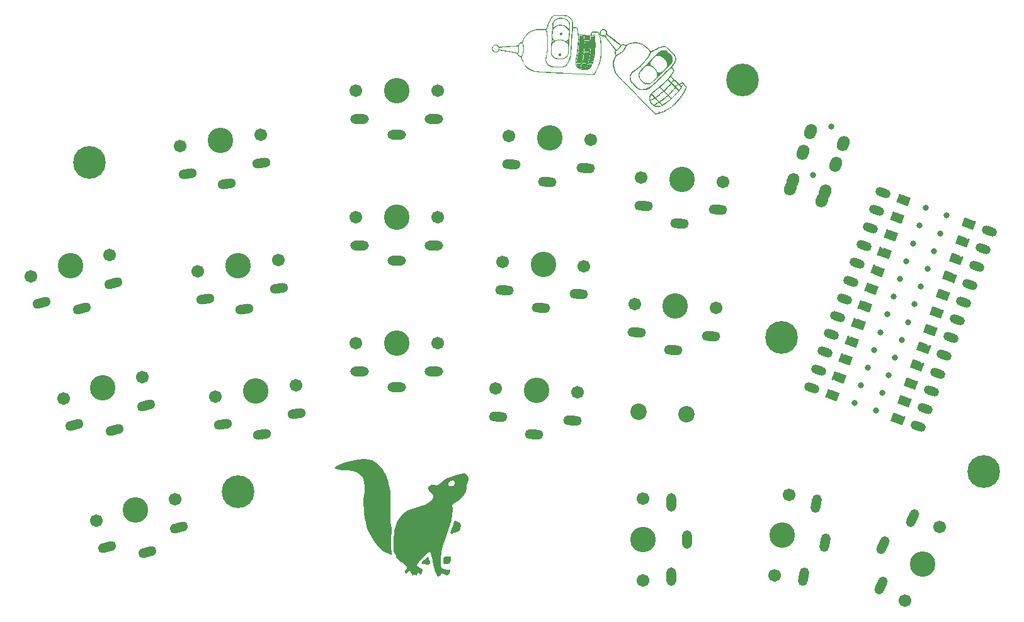
<source format=gbr>
%TF.GenerationSoftware,KiCad,Pcbnew,7.0.10*%
%TF.CreationDate,2024-03-11T00:33:33+01:00*%
%TF.ProjectId,test_reverse_controller,74657374-5f72-4657-9665-7273655f636f,rev?*%
%TF.SameCoordinates,Original*%
%TF.FileFunction,Soldermask,Top*%
%TF.FilePolarity,Negative*%
%FSLAX46Y46*%
G04 Gerber Fmt 4.6, Leading zero omitted, Abs format (unit mm)*
G04 Created by KiCad (PCBNEW 7.0.10) date 2024-03-11 00:33:33*
%MOMM*%
%LPD*%
G01*
G04 APERTURE LIST*
G04 Aperture macros list*
%AMHorizOval*
0 Thick line with rounded ends*
0 $1 width*
0 $2 $3 position (X,Y) of the first rounded end (center of the circle)*
0 $4 $5 position (X,Y) of the second rounded end (center of the circle)*
0 Add line between two ends*
20,1,$1,$2,$3,$4,$5,0*
0 Add two circle primitives to create the rounded ends*
1,1,$1,$2,$3*
1,1,$1,$4,$5*%
%AMFreePoly0*
4,1,6,0.600001,0.200000,0.000000,-0.400000,-0.600001,0.200000,-0.600000,0.400000,0.600000,0.400000,0.600001,0.200000,0.600001,0.200000,$1*%
%AMFreePoly1*
4,1,6,0.600000,-0.250000,-0.600000,-0.250000,-0.600000,1.000000,0.000000,0.400000,0.600000,1.000001,0.600000,-0.250000,0.600000,-0.250000,$1*%
G04 Aperture macros list end*
%ADD10C,0.100000*%
%ADD11C,0.010000*%
%ADD12C,0.800000*%
%ADD13HorizOval,1.600000X0.085505X0.234923X-0.085505X-0.234923X0*%
%ADD14HorizOval,1.600000X-0.085505X-0.234923X0.085505X0.234923X0*%
%ADD15HorizOval,1.600000X-0.068404X-0.187939X0.068404X0.187939X0*%
%ADD16HorizOval,1.600000X0.068404X0.187939X-0.068404X-0.187939X0*%
%ADD17C,1.701800*%
%ADD18C,3.429000*%
%ADD19O,2.500000X1.300000*%
%ADD20HorizOval,1.200000X0.422862X-0.153909X-0.422862X0.153909X0*%
%ADD21FreePoly0,70.000000*%
%ADD22FreePoly0,250.000000*%
%ADD23FreePoly1,250.000000*%
%ADD24FreePoly1,70.000000*%
%ADD25HorizOval,1.300000X-0.599178X0.031402X0.599178X-0.031402X0*%
%ADD26HorizOval,1.300000X-0.104189X-0.590885X0.104189X0.590885X0*%
%ADD27HorizOval,1.300000X-0.594161X-0.083504X0.594161X0.083504X0*%
%ADD28HorizOval,1.300000X-0.579555X-0.155291X0.579555X0.155291X0*%
%ADD29C,4.400000*%
%ADD30C,2.200000*%
%ADD31HorizOval,1.300000X0.253571X0.543785X-0.253571X-0.543785X0*%
%ADD32O,1.300000X2.500000*%
G04 APERTURE END LIST*
%TO.C,U1*%
D10*
X168637928Y-78429940D02*
X168290436Y-79384668D01*
X167335708Y-79037175D01*
X167683201Y-78082447D01*
X168637928Y-78429940D01*
G36*
X168637928Y-78429940D02*
G01*
X168290436Y-79384668D01*
X167335708Y-79037175D01*
X167683201Y-78082447D01*
X168637928Y-78429940D01*
G37*
X167769197Y-80816759D02*
X167421705Y-81771487D01*
X166466977Y-81423994D01*
X166814469Y-80469267D01*
X167769197Y-80816759D01*
G36*
X167769197Y-80816759D02*
G01*
X167421705Y-81771487D01*
X166466977Y-81423994D01*
X166814469Y-80469267D01*
X167769197Y-80816759D01*
G37*
X166900466Y-83203578D02*
X166552973Y-84158306D01*
X165598246Y-83810814D01*
X165945738Y-82856086D01*
X166900466Y-83203578D01*
G36*
X166900466Y-83203578D02*
G01*
X166552973Y-84158306D01*
X165598246Y-83810814D01*
X165945738Y-82856086D01*
X166900466Y-83203578D01*
G37*
X166031735Y-85590398D02*
X165684242Y-86545125D01*
X164729515Y-86197633D01*
X165077007Y-85242905D01*
X166031735Y-85590398D01*
G36*
X166031735Y-85590398D02*
G01*
X165684242Y-86545125D01*
X164729515Y-86197633D01*
X165077007Y-85242905D01*
X166031735Y-85590398D01*
G37*
X165163004Y-87977217D02*
X164815511Y-88931945D01*
X163860783Y-88584452D01*
X164208276Y-87629725D01*
X165163004Y-87977217D01*
G36*
X165163004Y-87977217D02*
G01*
X164815511Y-88931945D01*
X163860783Y-88584452D01*
X164208276Y-87629725D01*
X165163004Y-87977217D01*
G37*
X164293246Y-90366855D02*
X163945754Y-91321583D01*
X162991026Y-90974091D01*
X163338519Y-90019363D01*
X164293246Y-90366855D01*
G36*
X164293246Y-90366855D02*
G01*
X163945754Y-91321583D01*
X162991026Y-90974091D01*
X163338519Y-90019363D01*
X164293246Y-90366855D01*
G37*
X163425541Y-92750855D02*
X163078049Y-93705583D01*
X162123321Y-93358091D01*
X162470814Y-92403363D01*
X163425541Y-92750855D01*
G36*
X163425541Y-92750855D02*
G01*
X163078049Y-93705583D01*
X162123321Y-93358091D01*
X162470814Y-92403363D01*
X163425541Y-92750855D01*
G37*
X162556810Y-95137675D02*
X162209318Y-96092402D01*
X161254590Y-95744910D01*
X161602082Y-94790182D01*
X162556810Y-95137675D01*
G36*
X162556810Y-95137675D02*
G01*
X162209318Y-96092402D01*
X161254590Y-95744910D01*
X161602082Y-94790182D01*
X162556810Y-95137675D01*
G37*
X161688079Y-97524494D02*
X161340586Y-98479222D01*
X160385859Y-98131729D01*
X160733351Y-97177002D01*
X161688079Y-97524494D01*
G36*
X161688079Y-97524494D02*
G01*
X161340586Y-98479222D01*
X160385859Y-98131729D01*
X160733351Y-97177002D01*
X161688079Y-97524494D01*
G37*
X160819348Y-99911313D02*
X160471855Y-100866041D01*
X159517128Y-100518549D01*
X159864620Y-99563821D01*
X160819348Y-99911313D01*
G36*
X160819348Y-99911313D02*
G01*
X160471855Y-100866041D01*
X159517128Y-100518549D01*
X159864620Y-99563821D01*
X160819348Y-99911313D01*
G37*
X159950617Y-102298133D02*
X159603124Y-103252860D01*
X158648396Y-102905368D01*
X158995889Y-101950640D01*
X159950617Y-102298133D01*
G36*
X159950617Y-102298133D02*
G01*
X159603124Y-103252860D01*
X158648396Y-102905368D01*
X158995889Y-101950640D01*
X159950617Y-102298133D01*
G37*
X159081885Y-104684952D02*
X158734393Y-105639679D01*
X157779665Y-105292187D01*
X158127158Y-104337459D01*
X159081885Y-104684952D01*
G36*
X159081885Y-104684952D02*
G01*
X158734393Y-105639679D01*
X157779665Y-105292187D01*
X158127158Y-104337459D01*
X159081885Y-104684952D01*
G37*
X177761592Y-81750682D02*
X177414099Y-82705410D01*
X176459372Y-82357917D01*
X176806864Y-81403189D01*
X177761592Y-81750682D01*
G36*
X177761592Y-81750682D02*
G01*
X177414099Y-82705410D01*
X176459372Y-82357917D01*
X176806864Y-81403189D01*
X177761592Y-81750682D01*
G37*
X176892861Y-84137501D02*
X176545368Y-85092229D01*
X175590640Y-84744736D01*
X175938133Y-83790009D01*
X176892861Y-84137501D01*
G36*
X176892861Y-84137501D02*
G01*
X176545368Y-85092229D01*
X175590640Y-84744736D01*
X175938133Y-83790009D01*
X176892861Y-84137501D01*
G37*
X176024129Y-86524320D02*
X175676637Y-87479048D01*
X174721909Y-87131556D01*
X175069402Y-86176828D01*
X176024129Y-86524320D01*
G36*
X176024129Y-86524320D02*
G01*
X175676637Y-87479048D01*
X174721909Y-87131556D01*
X175069402Y-86176828D01*
X176024129Y-86524320D01*
G37*
X175155398Y-88911140D02*
X174807906Y-89865867D01*
X173853178Y-89518375D01*
X174200671Y-88563647D01*
X175155398Y-88911140D01*
G36*
X175155398Y-88911140D02*
G01*
X174807906Y-89865867D01*
X173853178Y-89518375D01*
X174200671Y-88563647D01*
X175155398Y-88911140D01*
G37*
X174286667Y-91297959D02*
X173939175Y-92252687D01*
X172984447Y-91905194D01*
X173331939Y-90950466D01*
X174286667Y-91297959D01*
G36*
X174286667Y-91297959D02*
G01*
X173939175Y-92252687D01*
X172984447Y-91905194D01*
X173331939Y-90950466D01*
X174286667Y-91297959D01*
G37*
X173416910Y-93687597D02*
X173069417Y-94642325D01*
X172114690Y-94294833D01*
X172462182Y-93340105D01*
X173416910Y-93687597D01*
G36*
X173416910Y-93687597D02*
G01*
X173069417Y-94642325D01*
X172114690Y-94294833D01*
X172462182Y-93340105D01*
X173416910Y-93687597D01*
G37*
X172549205Y-96071597D02*
X172201712Y-97026325D01*
X171246985Y-96678833D01*
X171594477Y-95724105D01*
X172549205Y-96071597D01*
G36*
X172549205Y-96071597D02*
G01*
X172201712Y-97026325D01*
X171246985Y-96678833D01*
X171594477Y-95724105D01*
X172549205Y-96071597D01*
G37*
X171680474Y-98458417D02*
X171332981Y-99413144D01*
X170378254Y-99065652D01*
X170725746Y-98110924D01*
X171680474Y-98458417D01*
G36*
X171680474Y-98458417D02*
G01*
X171332981Y-99413144D01*
X170378254Y-99065652D01*
X170725746Y-98110924D01*
X171680474Y-98458417D01*
G37*
X170811743Y-100845236D02*
X170464250Y-101799964D01*
X169509522Y-101452471D01*
X169857015Y-100497744D01*
X170811743Y-100845236D01*
G36*
X170811743Y-100845236D02*
G01*
X170464250Y-101799964D01*
X169509522Y-101452471D01*
X169857015Y-100497744D01*
X170811743Y-100845236D01*
G37*
X169943011Y-103232055D02*
X169595519Y-104186783D01*
X168640791Y-103839290D01*
X168988284Y-102884563D01*
X169943011Y-103232055D01*
G36*
X169943011Y-103232055D02*
G01*
X169595519Y-104186783D01*
X168640791Y-103839290D01*
X168988284Y-102884563D01*
X169943011Y-103232055D01*
G37*
X169074280Y-105618874D02*
X168726788Y-106573602D01*
X167772060Y-106226110D01*
X168119552Y-105271382D01*
X169074280Y-105618874D01*
G36*
X169074280Y-105618874D02*
G01*
X168726788Y-106573602D01*
X167772060Y-106226110D01*
X168119552Y-105271382D01*
X169074280Y-105618874D01*
G37*
X168205549Y-108005694D02*
X167858057Y-108960421D01*
X166903329Y-108612929D01*
X167250821Y-107658201D01*
X168205549Y-108005694D01*
G36*
X168205549Y-108005694D02*
G01*
X167858057Y-108960421D01*
X166903329Y-108612929D01*
X167250821Y-107658201D01*
X168205549Y-108005694D01*
G37*
%TO.C,G\u002A\u002A\u002A*%
G36*
X136087531Y-58675099D02*
G01*
X136211957Y-58710326D01*
X136279844Y-58736279D01*
X136335420Y-58761986D01*
X136387558Y-58794275D01*
X136445130Y-58839976D01*
X136517012Y-58905918D01*
X136612075Y-58998931D01*
X136696918Y-59083556D01*
X137005031Y-59391669D01*
X137070282Y-59583528D01*
X137118356Y-59794231D01*
X137116272Y-60003488D01*
X137063852Y-60221803D01*
X137059433Y-60234488D01*
X137004155Y-60390736D01*
X135652187Y-61750151D01*
X135384273Y-62019330D01*
X135151803Y-62252374D01*
X134952065Y-62451912D01*
X134782344Y-62620566D01*
X134639925Y-62760962D01*
X134522097Y-62875724D01*
X134426144Y-62967479D01*
X134349352Y-63038849D01*
X134289010Y-63092461D01*
X134242401Y-63130940D01*
X134206812Y-63156909D01*
X134182976Y-63171226D01*
X134065852Y-63216879D01*
X133919673Y-63251672D01*
X133769399Y-63271100D01*
X133639993Y-63270658D01*
X133635101Y-63270104D01*
X133460905Y-63232429D01*
X133294579Y-63159131D01*
X133125663Y-63044728D01*
X133000374Y-62937338D01*
X132882914Y-62822949D01*
X132882653Y-62822695D01*
X132773978Y-62705598D01*
X132689267Y-62602323D01*
X132674186Y-62581439D01*
X132569449Y-62385208D01*
X132513006Y-62172174D01*
X132506820Y-61986123D01*
X132642162Y-61986123D01*
X132652822Y-62173127D01*
X132699690Y-62346452D01*
X132730145Y-62411073D01*
X132788026Y-62495513D01*
X132877480Y-62601877D01*
X132987074Y-62718789D01*
X133105376Y-62834878D01*
X133220952Y-62938767D01*
X133322370Y-63019085D01*
X133376160Y-63053748D01*
X133487850Y-63098423D01*
X133628579Y-63122165D01*
X133718958Y-63127331D01*
X133830367Y-63127764D01*
X133926264Y-63118978D01*
X134013996Y-63096697D01*
X134100909Y-63056641D01*
X134194348Y-62994537D01*
X134301658Y-62906108D01*
X134430185Y-62787077D01*
X134587274Y-62633169D01*
X134614747Y-62605821D01*
X135005281Y-62216543D01*
X135005281Y-62047528D01*
X134980190Y-61782395D01*
X134906636Y-61536664D01*
X134787192Y-61315236D01*
X134624436Y-61123006D01*
X134443535Y-60979328D01*
X134232039Y-60865908D01*
X134009185Y-60798421D01*
X134003677Y-60797836D01*
X133766936Y-60772673D01*
X133564983Y-60766993D01*
X133140461Y-61203828D01*
X132715939Y-61640664D01*
X132669764Y-61806016D01*
X132642162Y-61986123D01*
X132506820Y-61986123D01*
X132505688Y-61952087D01*
X132548321Y-61734697D01*
X132592653Y-61621326D01*
X132606522Y-61594669D01*
X132625932Y-61564220D01*
X132653624Y-61527107D01*
X132692342Y-61480456D01*
X132744827Y-61421395D01*
X132813821Y-61347049D01*
X132902065Y-61254547D01*
X133012301Y-61141015D01*
X133147272Y-61003579D01*
X133309721Y-60839367D01*
X133502388Y-60645506D01*
X133714078Y-60433107D01*
X134091760Y-60433107D01*
X134099397Y-60520537D01*
X134103010Y-60544396D01*
X134124246Y-60677267D01*
X134293719Y-60746851D01*
X134388763Y-60790844D01*
X134475645Y-60844328D01*
X134569712Y-60917960D01*
X134673509Y-61010544D01*
X134812767Y-61150899D01*
X134919301Y-61289673D01*
X135006182Y-61446380D01*
X135074978Y-61609930D01*
X135111749Y-61638432D01*
X135186744Y-61657671D01*
X135284397Y-61666433D01*
X135389144Y-61663502D01*
X135485417Y-61647660D01*
X135501105Y-61643203D01*
X135545210Y-61626634D01*
X135590458Y-61601312D01*
X135644018Y-61561302D01*
X135713059Y-61500667D01*
X135804750Y-61413469D01*
X135926261Y-61293772D01*
X135942208Y-61277916D01*
X136276113Y-60945710D01*
X136301760Y-60806942D01*
X136319520Y-60590000D01*
X136290766Y-60370066D01*
X136243520Y-60210938D01*
X136212004Y-60127271D01*
X136180679Y-60061683D01*
X136140564Y-60001461D01*
X136082677Y-59933897D01*
X135998036Y-59846280D01*
X135956137Y-59804231D01*
X135855402Y-59705225D01*
X135779817Y-59636983D01*
X135717288Y-59590635D01*
X135655718Y-59557313D01*
X135583010Y-59528147D01*
X135576252Y-59525692D01*
X135366219Y-59473525D01*
X135139381Y-59458270D01*
X134974195Y-59472253D01*
X134844661Y-59492711D01*
X134500646Y-59836726D01*
X134356882Y-59982907D01*
X134249095Y-60100177D01*
X134172985Y-60196186D01*
X134124258Y-60278579D01*
X134098615Y-60355003D01*
X134091760Y-60433107D01*
X133714078Y-60433107D01*
X133728016Y-60419122D01*
X133989347Y-60157342D01*
X133999597Y-60147079D01*
X134260142Y-59886277D01*
X134485220Y-59661199D01*
X134677770Y-59469053D01*
X134840734Y-59307053D01*
X134977053Y-59172412D01*
X135089669Y-59062342D01*
X135181523Y-58974053D01*
X135255556Y-58904761D01*
X135314709Y-58851675D01*
X135361923Y-58812010D01*
X135400139Y-58782976D01*
X135432301Y-58761786D01*
X135461346Y-58745653D01*
X135490218Y-58731789D01*
X135495198Y-58729513D01*
X135679400Y-58672250D01*
X135883151Y-58653944D01*
X136087531Y-58675099D01*
G37*
G36*
X127904021Y-55852638D02*
G01*
X128053322Y-55921082D01*
X128170224Y-56026103D01*
X128248420Y-56158880D01*
X128281600Y-56310595D01*
X128280497Y-56378998D01*
X128271080Y-56488372D01*
X129194281Y-57207629D01*
X130117482Y-57926887D01*
X130205241Y-57899268D01*
X130316034Y-57877233D01*
X130444200Y-57870828D01*
X130571026Y-57879092D01*
X130677799Y-57901064D01*
X130734191Y-57926454D01*
X130783616Y-57955302D01*
X130827496Y-57960867D01*
X130884117Y-57941313D01*
X130954597Y-57904296D01*
X131288148Y-57747458D01*
X131621064Y-57644890D01*
X131952811Y-57596590D01*
X132282857Y-57602556D01*
X132610668Y-57662788D01*
X132935712Y-57777283D01*
X133196845Y-57909943D01*
X133279762Y-57960610D01*
X133360851Y-58016871D01*
X133448370Y-58085491D01*
X133550580Y-58173239D01*
X133675740Y-58286881D01*
X133809447Y-58411816D01*
X134215008Y-58793828D01*
X134841456Y-58497252D01*
X135059451Y-58394319D01*
X135235154Y-58312405D01*
X135375313Y-58248997D01*
X135486671Y-58201586D01*
X135575976Y-58167658D01*
X135649971Y-58144703D01*
X135715406Y-58130211D01*
X135779023Y-58121668D01*
X135847570Y-58116565D01*
X135866896Y-58115499D01*
X135962812Y-58111284D01*
X136043631Y-58112394D01*
X136115594Y-58122632D01*
X136184954Y-58145800D01*
X136257953Y-58185703D01*
X136340842Y-58246144D01*
X136439864Y-58330925D01*
X136561269Y-58443851D01*
X136711303Y-58588724D01*
X136822533Y-58697324D01*
X136990567Y-58862403D01*
X137123901Y-58995509D01*
X137227450Y-59101938D01*
X137306129Y-59186986D01*
X137364850Y-59255949D01*
X137408528Y-59314122D01*
X137439211Y-59361922D01*
X137538950Y-59573234D01*
X137586726Y-59783855D01*
X137582205Y-59995229D01*
X137525052Y-60208796D01*
X137414935Y-60425995D01*
X137251521Y-60648272D01*
X137104517Y-60808387D01*
X136984925Y-60929166D01*
X137174867Y-61119109D01*
X137278043Y-61227165D01*
X137339469Y-61303449D01*
X137360383Y-61349516D01*
X137360285Y-61352600D01*
X137343353Y-61405591D01*
X137303492Y-61492549D01*
X137247111Y-61601647D01*
X137180620Y-61721056D01*
X137110429Y-61838944D01*
X137042948Y-61943482D01*
X137029813Y-61962502D01*
X136975547Y-62047293D01*
X136940243Y-62117106D01*
X136930640Y-62158422D01*
X136931250Y-62160244D01*
X136954122Y-62187978D01*
X137010661Y-62248348D01*
X137095618Y-62335993D01*
X137203745Y-62445550D01*
X137329793Y-62571659D01*
X137465557Y-62706046D01*
X137984324Y-63216954D01*
X138100233Y-63130221D01*
X138188290Y-63070734D01*
X138277753Y-63019995D01*
X138311731Y-63004240D01*
X138407320Y-62964990D01*
X138715295Y-63283540D01*
X139023270Y-63602091D01*
X138960790Y-63789596D01*
X138855366Y-64053154D01*
X138707522Y-64340993D01*
X138520380Y-64647667D01*
X138297065Y-64967723D01*
X138247185Y-65034382D01*
X138151655Y-65153214D01*
X138026648Y-65297808D01*
X137880890Y-65459027D01*
X137723110Y-65627732D01*
X137562035Y-65794786D01*
X137406393Y-65951054D01*
X137264912Y-66087396D01*
X137146319Y-66194676D01*
X137108977Y-66226000D01*
X136721935Y-66519161D01*
X136338725Y-66766347D01*
X135962023Y-66966219D01*
X135594501Y-67117438D01*
X135238836Y-67218665D01*
X135062761Y-67250626D01*
X134805658Y-67287873D01*
X134750943Y-67233375D01*
X132376262Y-64868093D01*
X132069776Y-64562718D01*
X131771682Y-64265512D01*
X131484508Y-63979003D01*
X131210781Y-63705720D01*
X130953029Y-63448192D01*
X130713776Y-63208950D01*
X130495553Y-62990521D01*
X130300883Y-62795436D01*
X130132296Y-62626223D01*
X129992317Y-62485413D01*
X129883475Y-62375533D01*
X129808294Y-62299113D01*
X129770637Y-62260112D01*
X129530893Y-61968478D01*
X129341091Y-61660771D01*
X129201757Y-61340260D01*
X129113420Y-61010220D01*
X129080857Y-60712772D01*
X129219890Y-60712772D01*
X129264160Y-61039201D01*
X129359007Y-61359359D01*
X129503917Y-61668249D01*
X129610673Y-61840232D01*
X129632858Y-61871174D01*
X129661396Y-61907596D01*
X129698269Y-61951522D01*
X129745455Y-62004980D01*
X129804938Y-62069993D01*
X129878697Y-62148587D01*
X129968714Y-62242787D01*
X130076970Y-62354619D01*
X130205444Y-62486110D01*
X130356120Y-62639283D01*
X130530977Y-62816165D01*
X130731995Y-63018781D01*
X130961156Y-63249157D01*
X131220442Y-63509317D01*
X131511832Y-63801288D01*
X131837308Y-64127096D01*
X132198851Y-64488764D01*
X132293394Y-64583312D01*
X134847199Y-67137118D01*
X134975105Y-67120801D01*
X135078191Y-67106421D01*
X135178038Y-67090622D01*
X135201633Y-67086470D01*
X135300254Y-67068457D01*
X135248410Y-67017870D01*
X135216563Y-66973526D01*
X135231198Y-66933712D01*
X135244640Y-66919209D01*
X135290836Y-66890583D01*
X135339762Y-66908793D01*
X135350051Y-66916589D01*
X135387091Y-66958414D01*
X135378001Y-67000222D01*
X135369280Y-67012737D01*
X135354776Y-67039251D01*
X135372348Y-67044311D01*
X135429498Y-67028112D01*
X135466426Y-67015258D01*
X135567345Y-66969112D01*
X135629895Y-66918596D01*
X135636051Y-66909679D01*
X135673514Y-66870418D01*
X135720488Y-66878228D01*
X135722436Y-66879223D01*
X135759339Y-66885394D01*
X135817510Y-66872014D01*
X135905048Y-66836280D01*
X136030054Y-66775386D01*
X136046504Y-66766998D01*
X136434200Y-66543880D01*
X136821562Y-66272890D01*
X137201216Y-65960088D01*
X137565788Y-65611538D01*
X137897621Y-65245514D01*
X138130513Y-64953896D01*
X138344774Y-64654719D01*
X138534684Y-64357148D01*
X138694526Y-64070352D01*
X138818582Y-63803499D01*
X138854197Y-63711848D01*
X138882489Y-63634376D01*
X138626879Y-63378767D01*
X138371269Y-63123157D01*
X138279132Y-63175242D01*
X138184127Y-63233415D01*
X138134917Y-63279121D01*
X138127352Y-63321430D01*
X138157287Y-63369414D01*
X138179569Y-63392968D01*
X138231065Y-63441202D01*
X138261810Y-63451934D01*
X138288794Y-63426822D01*
X138303701Y-63405076D01*
X138353738Y-63355678D01*
X138404200Y-63343102D01*
X138439726Y-63369594D01*
X138444924Y-63384397D01*
X138444450Y-63416117D01*
X138428315Y-63462583D01*
X138393108Y-63529776D01*
X138335417Y-63623682D01*
X138251833Y-63750281D01*
X138156893Y-63889494D01*
X137828059Y-64331379D01*
X137466336Y-64747332D01*
X137066479Y-65142512D01*
X136623245Y-65522081D01*
X136205579Y-65835524D01*
X136131388Y-65891201D01*
X136102345Y-65911636D01*
X135879613Y-66060262D01*
X135684983Y-66172398D01*
X135509813Y-66251656D01*
X135489777Y-66257750D01*
X135345462Y-66301649D01*
X135183290Y-66325989D01*
X135102372Y-66329639D01*
X134882742Y-66306306D01*
X134669298Y-66232896D01*
X134592518Y-66187074D01*
X134469576Y-66113703D01*
X134442590Y-66089407D01*
X134690184Y-66089407D01*
X134714964Y-66112001D01*
X134779999Y-66135946D01*
X134871330Y-66158208D01*
X134975001Y-66175756D01*
X135077051Y-66185557D01*
X135136253Y-66186325D01*
X135242972Y-66175821D01*
X135355424Y-66153650D01*
X135460632Y-66123851D01*
X135545622Y-66090466D01*
X135597416Y-66057534D01*
X135607160Y-66039691D01*
X135588887Y-66008297D01*
X135539648Y-65951893D01*
X135469233Y-65881482D01*
X135452312Y-65865612D01*
X135296543Y-65721183D01*
X134993364Y-65898296D01*
X134933901Y-65933569D01*
X134879986Y-65965551D01*
X134785898Y-66023308D01*
X134719909Y-66066016D01*
X134690826Y-66088121D01*
X134690184Y-66089407D01*
X134442590Y-66089407D01*
X134345891Y-66002347D01*
X134291108Y-65953024D01*
X134168434Y-65797100D01*
X134034841Y-65560822D01*
X134007004Y-65480347D01*
X134165363Y-65480347D01*
X134165544Y-65514728D01*
X134193971Y-65578868D01*
X134243023Y-65661645D01*
X134305076Y-65751934D01*
X134372506Y-65838609D01*
X134437691Y-65910548D01*
X134490804Y-65955244D01*
X134522654Y-65972141D01*
X134555866Y-65976448D01*
X134600462Y-65964826D01*
X134666459Y-65933934D01*
X134763882Y-65880436D01*
X134832184Y-65841487D01*
X134976968Y-65759210D01*
X135078505Y-65698441D01*
X135139053Y-65650894D01*
X135143930Y-65641369D01*
X135451324Y-65641369D01*
X135483848Y-65689275D01*
X135552641Y-65765039D01*
X135597264Y-65810378D01*
X135767207Y-65980321D01*
X135989058Y-65827193D01*
X136168378Y-65700525D01*
X136342106Y-65572453D01*
X136500176Y-65450728D01*
X136632520Y-65343101D01*
X136727911Y-65258429D01*
X136831088Y-65159694D01*
X136658021Y-64986627D01*
X136580758Y-64911454D01*
X136518869Y-64855162D01*
X136481435Y-64825828D01*
X136474792Y-64823722D01*
X136434197Y-64859503D01*
X136359515Y-64921052D01*
X136259917Y-65001164D01*
X136144571Y-65092635D01*
X136022648Y-65188259D01*
X135903317Y-65280833D01*
X135795748Y-65363151D01*
X135709109Y-65428010D01*
X135667756Y-65457817D01*
X135577525Y-65521761D01*
X135503750Y-65575506D01*
X135458421Y-65610264D01*
X135451385Y-65616424D01*
X135451324Y-65641369D01*
X135143930Y-65641369D01*
X135160869Y-65608283D01*
X135146212Y-65562326D01*
X135097340Y-65504737D01*
X135016511Y-65427232D01*
X134959719Y-65373560D01*
X134721687Y-65146327D01*
X134454822Y-65302515D01*
X134346226Y-65366780D01*
X134254680Y-65422275D01*
X134190632Y-65462583D01*
X134165363Y-65480347D01*
X134007004Y-65480347D01*
X133994613Y-65444525D01*
X133955268Y-65330776D01*
X133932958Y-65135362D01*
X134074662Y-65135362D01*
X134075436Y-65230517D01*
X134084150Y-65302658D01*
X134101105Y-65338033D01*
X134106248Y-65339525D01*
X134141571Y-65326704D01*
X134209346Y-65292614D01*
X134297244Y-65244435D01*
X134392933Y-65189345D01*
X134484080Y-65134524D01*
X134558357Y-65087153D01*
X134586263Y-65066881D01*
X134875666Y-65066881D01*
X134893527Y-65097221D01*
X134936499Y-65146752D01*
X135009570Y-65222333D01*
X135087509Y-65300623D01*
X135327178Y-65540292D01*
X135532634Y-65398628D01*
X135637280Y-65323772D01*
X135764656Y-65228578D01*
X135903167Y-65122137D01*
X136041222Y-65013543D01*
X136167229Y-64911888D01*
X136269594Y-64826264D01*
X136324169Y-64777768D01*
X136382672Y-64723139D01*
X136586829Y-64723139D01*
X136769613Y-64905923D01*
X136952396Y-65088706D01*
X137329406Y-64686914D01*
X137449317Y-64558132D01*
X137560696Y-64436678D01*
X137656502Y-64330373D01*
X137729690Y-64247041D01*
X137773220Y-64194502D01*
X137775806Y-64191060D01*
X137845196Y-64096998D01*
X137835593Y-64087394D01*
X137662989Y-63914790D01*
X137577926Y-63830932D01*
X137522759Y-63781100D01*
X137489705Y-63760103D01*
X137470981Y-63762743D01*
X137460540Y-63779644D01*
X137436525Y-63812306D01*
X137380408Y-63877844D01*
X137297849Y-63969991D01*
X137194505Y-64082477D01*
X137076033Y-64209033D01*
X137013564Y-64274923D01*
X136586829Y-64723139D01*
X136382672Y-64723139D01*
X136388805Y-64717412D01*
X136151273Y-64479879D01*
X135913740Y-64242346D01*
X135723298Y-64407653D01*
X135636840Y-64480132D01*
X135527043Y-64568402D01*
X135403190Y-64665415D01*
X135274566Y-64764124D01*
X135150450Y-64857477D01*
X135040129Y-64938428D01*
X134952884Y-64999928D01*
X134897997Y-65034927D01*
X134895331Y-65036346D01*
X134877930Y-65048876D01*
X134875666Y-65066881D01*
X134586263Y-65066881D01*
X134603429Y-65054411D01*
X134611246Y-65045502D01*
X134595817Y-65017878D01*
X134549300Y-64961717D01*
X134479708Y-64886285D01*
X134426245Y-64831655D01*
X134330780Y-64738064D01*
X134264454Y-64683729D01*
X134218226Y-64669165D01*
X134183058Y-64694886D01*
X134149909Y-64761410D01*
X134116978Y-64849293D01*
X134095734Y-64931000D01*
X134081529Y-65030940D01*
X134074662Y-65135362D01*
X133932958Y-65135362D01*
X133929709Y-65106900D01*
X133958159Y-64889137D01*
X133969595Y-64859775D01*
X134040613Y-64677430D01*
X134061170Y-64639995D01*
X134101896Y-64573481D01*
X134140054Y-64521242D01*
X134308128Y-64521242D01*
X134529910Y-64743024D01*
X134627047Y-64838888D01*
X134694304Y-64901039D01*
X134739299Y-64935161D01*
X134769650Y-64946938D01*
X134792974Y-64942054D01*
X134795114Y-64940924D01*
X134871771Y-64893122D01*
X134979658Y-64818353D01*
X135108327Y-64724592D01*
X135247327Y-64619815D01*
X135386212Y-64512001D01*
X135514532Y-64409126D01*
X135621839Y-64319166D01*
X135689292Y-64258269D01*
X135785531Y-64165856D01*
X136029546Y-64165856D01*
X136257250Y-64393560D01*
X136484954Y-64621263D01*
X136833808Y-64268234D01*
X136954316Y-64144974D01*
X137069147Y-64025140D01*
X137169603Y-63917981D01*
X137246991Y-63832750D01*
X137285705Y-63787493D01*
X137388748Y-63659780D01*
X137379796Y-63650411D01*
X137352229Y-63621560D01*
X137581284Y-63621560D01*
X137755761Y-63807155D01*
X137930238Y-63992749D01*
X137989699Y-63906486D01*
X138042961Y-63827847D01*
X138103621Y-63736418D01*
X138121184Y-63709562D01*
X138193208Y-63598903D01*
X138034554Y-63440249D01*
X137959354Y-63367152D01*
X137898463Y-63311853D01*
X137862088Y-63283491D01*
X137857332Y-63281596D01*
X137833305Y-63301770D01*
X137786262Y-63355262D01*
X137725342Y-63431525D01*
X137710025Y-63451577D01*
X137581284Y-63621560D01*
X137352229Y-63621560D01*
X137155908Y-63416097D01*
X136923068Y-63172415D01*
X136843778Y-63277034D01*
X136800254Y-63329756D01*
X136726700Y-63413712D01*
X136630518Y-63520675D01*
X136519107Y-63642418D01*
X136399867Y-63770712D01*
X136397017Y-63773754D01*
X136029546Y-64165856D01*
X135785531Y-64165856D01*
X135811915Y-64140521D01*
X135585945Y-63914594D01*
X135366139Y-63694828D01*
X135359976Y-63688667D01*
X134925111Y-64032562D01*
X134786691Y-64142044D01*
X134657061Y-64244609D01*
X134544440Y-64333750D01*
X134457046Y-64402963D01*
X134403094Y-64445745D01*
X134399188Y-64448850D01*
X134308128Y-64521242D01*
X134140054Y-64521242D01*
X134146691Y-64512156D01*
X134201951Y-64449983D01*
X134274068Y-64380924D01*
X134369433Y-64298942D01*
X134494439Y-64197996D01*
X134655480Y-64072052D01*
X134694254Y-64042033D01*
X135058442Y-63751552D01*
X135238910Y-63598639D01*
X135462329Y-63598639D01*
X135697718Y-63834028D01*
X135933108Y-64069418D01*
X136338954Y-63638773D01*
X136460978Y-63508317D01*
X136572227Y-63387544D01*
X136666538Y-63283288D01*
X136737749Y-63202389D01*
X136779699Y-63151683D01*
X136786226Y-63142497D01*
X136827650Y-63076866D01*
X136819275Y-63068955D01*
X137009450Y-63068955D01*
X137247401Y-63306905D01*
X137485351Y-63544856D01*
X137554709Y-63450762D01*
X137617823Y-63364676D01*
X137681225Y-63277529D01*
X137688586Y-63267349D01*
X137753106Y-63178032D01*
X137520939Y-62935025D01*
X137288772Y-62692020D01*
X137239097Y-62766532D01*
X137192267Y-62832691D01*
X137130077Y-62915613D01*
X137099436Y-62955000D01*
X137009450Y-63068955D01*
X136819275Y-63068955D01*
X136708969Y-62964756D01*
X136630638Y-62890762D01*
X136433625Y-62704657D01*
X136118505Y-63004887D01*
X135994559Y-63121933D01*
X135868618Y-63239056D01*
X135752873Y-63345038D01*
X135659514Y-63428656D01*
X135632857Y-63451876D01*
X135462329Y-63598639D01*
X135238910Y-63598639D01*
X135408207Y-63455192D01*
X135739574Y-63157046D01*
X136048572Y-62861207D01*
X136320340Y-62582918D01*
X136523413Y-62582918D01*
X136715710Y-62775215D01*
X136807097Y-62866628D01*
X136870377Y-62921061D01*
X136917829Y-62937401D01*
X136961734Y-62914538D01*
X137014371Y-62851360D01*
X137088017Y-62746756D01*
X137091947Y-62741164D01*
X137192504Y-62598199D01*
X137009182Y-62414877D01*
X136825860Y-62231556D01*
X136748871Y-62333002D01*
X136682637Y-62414828D01*
X136613570Y-62492293D01*
X136597648Y-62508683D01*
X136523413Y-62582918D01*
X136320340Y-62582918D01*
X136331229Y-62571768D01*
X136583569Y-62292822D01*
X136801621Y-62028464D01*
X136981412Y-61782786D01*
X137118968Y-61559880D01*
X137137967Y-61524353D01*
X137175675Y-61441523D01*
X137196342Y-61374651D01*
X137196874Y-61344532D01*
X137169101Y-61310459D01*
X137110724Y-61253993D01*
X137033694Y-61186611D01*
X137023541Y-61178151D01*
X136866266Y-61047825D01*
X135631730Y-62281021D01*
X135365039Y-62547060D01*
X135133732Y-62776968D01*
X134935054Y-62973390D01*
X134766251Y-63138974D01*
X134624572Y-63276367D01*
X134507261Y-63388216D01*
X134411566Y-63477168D01*
X134334733Y-63545872D01*
X134274010Y-63596973D01*
X134226640Y-63633121D01*
X134222125Y-63636300D01*
X134133370Y-63701601D01*
X134059652Y-63762012D01*
X134015052Y-63805882D01*
X134011664Y-63810433D01*
X133987643Y-63843389D01*
X133989192Y-63830053D01*
X133997307Y-63808657D01*
X134008493Y-63771614D01*
X133990283Y-63772166D01*
X133959414Y-63789331D01*
X133914198Y-63829213D01*
X133900486Y-63861028D01*
X133887057Y-63908983D01*
X133880000Y-63918124D01*
X133866906Y-63915574D01*
X133868637Y-63897248D01*
X133860710Y-63863561D01*
X133821538Y-63861128D01*
X133761874Y-63886640D01*
X133692469Y-63936791D01*
X133668658Y-63958773D01*
X133613957Y-64006885D01*
X133577502Y-64028499D01*
X133569528Y-64025711D01*
X133585493Y-63994845D01*
X133612250Y-63975964D01*
X133649905Y-63950305D01*
X133641299Y-63939832D01*
X133592917Y-63946453D01*
X133551572Y-63958112D01*
X133489286Y-63986619D01*
X133455850Y-64018418D01*
X133454930Y-64021249D01*
X133444452Y-64035507D01*
X133436937Y-64015048D01*
X133423888Y-63993421D01*
X133408093Y-64016762D01*
X133386681Y-64040358D01*
X133373916Y-64025867D01*
X133340700Y-64008629D01*
X133294732Y-64015945D01*
X133196964Y-64037895D01*
X133067034Y-64048049D01*
X132925879Y-64046394D01*
X132794435Y-64032917D01*
X132718947Y-64016303D01*
X132617724Y-63978163D01*
X132512470Y-63921239D01*
X132397694Y-63841161D01*
X132267902Y-63733562D01*
X132117602Y-63594074D01*
X131941301Y-63418328D01*
X131854573Y-63328905D01*
X131796164Y-63267887D01*
X131721324Y-63189702D01*
X131620468Y-63082012D01*
X131546163Y-62998657D01*
X131492571Y-62932466D01*
X131453851Y-62876262D01*
X131424163Y-62822872D01*
X131399942Y-62770376D01*
X131331760Y-62552299D01*
X131307919Y-62323555D01*
X131310475Y-62294751D01*
X131452255Y-62294751D01*
X131470174Y-62482186D01*
X131515411Y-62659872D01*
X131566700Y-62775812D01*
X131605584Y-62831701D01*
X131673651Y-62911679D01*
X131773658Y-63018691D01*
X131908371Y-63155679D01*
X132080550Y-63325587D01*
X132104555Y-63349005D01*
X132253344Y-63493780D01*
X132369349Y-63605543D01*
X132458680Y-63689302D01*
X132527447Y-63750068D01*
X132581758Y-63792847D01*
X132627723Y-63822650D01*
X132671452Y-63844485D01*
X132719052Y-63863362D01*
X132742219Y-63871812D01*
X132844592Y-63901985D01*
X132943191Y-63912554D01*
X133060636Y-63904916D01*
X133127613Y-63895614D01*
X133476438Y-63816937D01*
X133805152Y-63692210D01*
X134106650Y-63524533D01*
X134293316Y-63386887D01*
X134352797Y-63334399D01*
X134444882Y-63248559D01*
X134565692Y-63133245D01*
X134711348Y-62992335D01*
X134877972Y-62829706D01*
X135061685Y-62649234D01*
X135258610Y-62454799D01*
X135464866Y-62250276D01*
X135676577Y-62039544D01*
X135889864Y-61826479D01*
X136100846Y-61614959D01*
X136305648Y-61408863D01*
X136500388Y-61212066D01*
X136681191Y-61028446D01*
X136844175Y-60861881D01*
X136985464Y-60716248D01*
X137101178Y-60595425D01*
X137187440Y-60503289D01*
X137240371Y-60443717D01*
X137251743Y-60429320D01*
X137367694Y-60239702D01*
X137434317Y-60058432D01*
X137454285Y-59877931D01*
X137453717Y-59857040D01*
X137440938Y-59733849D01*
X137410500Y-59614682D01*
X137358744Y-59494103D01*
X137282008Y-59366682D01*
X137176633Y-59226982D01*
X137038956Y-59069572D01*
X136865319Y-58889018D01*
X136676519Y-58703441D01*
X136544092Y-58575930D01*
X136443442Y-58480571D01*
X136367231Y-58411723D01*
X136308117Y-58363744D01*
X136258763Y-58330997D01*
X136211829Y-58307840D01*
X136159975Y-58288632D01*
X136119502Y-58275384D01*
X136037264Y-58252052D01*
X135958839Y-58238962D01*
X135877763Y-58237868D01*
X135787571Y-58250530D01*
X135681798Y-58278704D01*
X135553978Y-58324147D01*
X135397647Y-58388618D01*
X135206338Y-58473873D01*
X134973588Y-58581670D01*
X134947132Y-58594063D01*
X134744467Y-58689315D01*
X134585310Y-58765038D01*
X134463807Y-58824543D01*
X134374104Y-58871142D01*
X134310350Y-58908146D01*
X134266689Y-58938869D01*
X134237269Y-58966620D01*
X134216237Y-58994713D01*
X134204601Y-59014177D01*
X134165508Y-59082942D01*
X134109427Y-59181460D01*
X134046315Y-59292241D01*
X134023216Y-59332764D01*
X133851872Y-59604952D01*
X133639692Y-59894708D01*
X133393693Y-60193742D01*
X133120888Y-60493763D01*
X132828292Y-60786480D01*
X132665132Y-60938047D01*
X132523333Y-61065811D01*
X132410259Y-61166044D01*
X132314586Y-61248016D01*
X132224988Y-61320996D01*
X132130143Y-61394253D01*
X132018726Y-61477058D01*
X131907313Y-61558399D01*
X131751778Y-61677559D01*
X131637570Y-61781340D01*
X131557480Y-61878907D01*
X131504298Y-61979423D01*
X131470813Y-62092052D01*
X131465186Y-62120385D01*
X131452255Y-62294751D01*
X131310475Y-62294751D01*
X131328019Y-62097066D01*
X131391659Y-61885750D01*
X131429796Y-61807312D01*
X131464787Y-61746861D01*
X131499914Y-61698404D01*
X131545148Y-61652486D01*
X131610459Y-61599653D01*
X131705817Y-61530452D01*
X131767844Y-61486784D01*
X131982389Y-61333091D01*
X132170543Y-61190141D01*
X132345088Y-61047110D01*
X132518809Y-60893172D01*
X132704491Y-60717504D01*
X132874746Y-60549543D01*
X133124175Y-60292694D01*
X133337940Y-60055056D01*
X133525249Y-59825100D01*
X133695308Y-59591300D01*
X133857329Y-59342132D01*
X133914423Y-59248186D01*
X133984345Y-59130237D01*
X134042921Y-59029421D01*
X134085059Y-58954657D01*
X134105663Y-58914864D01*
X134106885Y-58911096D01*
X134088045Y-58882801D01*
X134036364Y-58824807D01*
X133959094Y-58744166D01*
X133863487Y-58647931D01*
X133756796Y-58543151D01*
X133646274Y-58436880D01*
X133539176Y-58336168D01*
X133442752Y-58248070D01*
X133364257Y-58179635D01*
X133313351Y-58139572D01*
X133008942Y-57956839D01*
X132697502Y-57827343D01*
X132380698Y-57751293D01*
X132060195Y-57728901D01*
X131737663Y-57760375D01*
X131414765Y-57845928D01*
X131307661Y-57886368D01*
X131135013Y-57960789D01*
X131008499Y-58026331D01*
X130921519Y-58087436D01*
X130867475Y-58148548D01*
X130844136Y-58198458D01*
X130794019Y-58318969D01*
X130715945Y-58463103D01*
X130619536Y-58615163D01*
X130514411Y-58759452D01*
X130459288Y-58826437D01*
X130233049Y-59047060D01*
X129967531Y-59232908D01*
X129787749Y-59327824D01*
X129668575Y-59388377D01*
X129582053Y-59447670D01*
X129515661Y-59519054D01*
X129456878Y-59615878D01*
X129395667Y-59745865D01*
X129285130Y-60061105D01*
X129226709Y-60385074D01*
X129219890Y-60712772D01*
X129080857Y-60712772D01*
X129076603Y-60673918D01*
X129091834Y-60334628D01*
X129159640Y-59995621D01*
X129280547Y-59660168D01*
X129334028Y-59547142D01*
X129377439Y-59456792D01*
X129397190Y-59392606D01*
X129396970Y-59387326D01*
X129394681Y-59332479D01*
X129371319Y-59254303D01*
X129355412Y-59210184D01*
X129329162Y-59134159D01*
X129314458Y-59071628D01*
X129312789Y-59033916D01*
X129452714Y-59033916D01*
X129471886Y-59145938D01*
X129494569Y-59201405D01*
X129531043Y-59253253D01*
X129570670Y-59264964D01*
X129623097Y-59251393D01*
X129685353Y-59223712D01*
X129714395Y-59184469D01*
X129722232Y-59157319D01*
X129739265Y-59112380D01*
X129773852Y-59099392D01*
X129824585Y-59104696D01*
X129894583Y-59102262D01*
X129950586Y-59078421D01*
X129979948Y-59042674D01*
X129970021Y-59004519D01*
X129968870Y-59003425D01*
X129964695Y-58999458D01*
X129946060Y-58958344D01*
X129946166Y-58958125D01*
X130014169Y-58958125D01*
X130033400Y-58958125D01*
X130033399Y-58938895D01*
X130014170Y-58938895D01*
X130014169Y-58958125D01*
X129946166Y-58958125D01*
X129964755Y-58919694D01*
X130006581Y-58903372D01*
X130029535Y-58908766D01*
X130062438Y-58941185D01*
X130059895Y-58962823D01*
X130056162Y-58988120D01*
X130086139Y-58986371D01*
X130134484Y-58958747D01*
X130205611Y-58897829D01*
X130289722Y-58813880D01*
X130377022Y-58717159D01*
X130457715Y-58617930D01*
X130515587Y-58536518D01*
X130581736Y-58426725D01*
X130647090Y-58306127D01*
X130681817Y-58234761D01*
X130718069Y-58151229D01*
X130730861Y-58102194D01*
X130719882Y-58072940D01*
X130684821Y-58048747D01*
X130677795Y-58044827D01*
X130536372Y-57996132D01*
X130380221Y-57999237D01*
X130322370Y-58012356D01*
X130253967Y-58033001D01*
X130212388Y-58056998D01*
X130181263Y-58099530D01*
X130144220Y-58175779D01*
X130142776Y-58178896D01*
X130069650Y-58299061D01*
X129963159Y-58427600D01*
X129838713Y-58549010D01*
X129711725Y-58647788D01*
X129629630Y-58695137D01*
X129535485Y-58749356D01*
X129484163Y-58805980D01*
X129478761Y-58816789D01*
X129454636Y-58915202D01*
X129452714Y-59033916D01*
X129312789Y-59033916D01*
X129311671Y-59008651D01*
X129321177Y-58931288D01*
X129343347Y-58825602D01*
X129368555Y-58719175D01*
X129365974Y-58698776D01*
X129365041Y-58696780D01*
X129349586Y-58663711D01*
X129316742Y-58610311D01*
X129264787Y-58534906D01*
X129191069Y-58433825D01*
X129092936Y-58303397D01*
X128967735Y-58139953D01*
X128812813Y-57939824D01*
X128707029Y-57803867D01*
X128558929Y-57613527D01*
X128420454Y-57435059D01*
X128295376Y-57273359D01*
X128187463Y-57133322D01*
X128100484Y-57019844D01*
X128038210Y-56937819D01*
X128004411Y-56892144D01*
X128000150Y-56885884D01*
X127965298Y-56854229D01*
X127902820Y-56838632D01*
X127800213Y-56835835D01*
X127653725Y-56818827D01*
X127629044Y-56815962D01*
X127538198Y-56775557D01*
X128081588Y-56775557D01*
X128191886Y-56915245D01*
X128234503Y-56969679D01*
X128305649Y-57061095D01*
X128400619Y-57183424D01*
X128514705Y-57330594D01*
X128643202Y-57496535D01*
X128781401Y-57675175D01*
X128895082Y-57822244D01*
X129032512Y-57999384D01*
X129159810Y-58162085D01*
X129273102Y-58305505D01*
X129368515Y-58424796D01*
X129442175Y-58515113D01*
X129490209Y-58571611D01*
X129508480Y-58589556D01*
X129542332Y-58577258D01*
X129605647Y-58545939D01*
X129646474Y-58523749D01*
X129757228Y-58443797D01*
X129870286Y-58332938D01*
X129967514Y-58210671D01*
X130019267Y-58122942D01*
X130042818Y-58061010D01*
X130033197Y-58022832D01*
X129996383Y-57992796D01*
X129960756Y-57966639D01*
X129887499Y-57910948D01*
X129781793Y-57829728D01*
X129648823Y-57726985D01*
X129493773Y-57606727D01*
X129321825Y-57472958D01*
X129138166Y-57329686D01*
X129126052Y-57320221D01*
X128942361Y-57176891D01*
X128770524Y-57043161D01*
X128615636Y-56922973D01*
X128482797Y-56820266D01*
X128377100Y-56738980D01*
X128303647Y-56683057D01*
X128267533Y-56656437D01*
X128266473Y-56655732D01*
X128225364Y-56638452D01*
X128188040Y-56654796D01*
X128147121Y-56698165D01*
X128081588Y-56775557D01*
X127538198Y-56775557D01*
X127485177Y-56751975D01*
X127436418Y-56706477D01*
X127373838Y-56648082D01*
X127300252Y-56508491D01*
X127277247Y-56414831D01*
X127277283Y-56381916D01*
X127403115Y-56381916D01*
X127405908Y-56407772D01*
X127450513Y-56519244D01*
X127527203Y-56615692D01*
X127620897Y-56679144D01*
X127639374Y-56685986D01*
X127705636Y-56698903D01*
X127750099Y-56678102D01*
X127757151Y-56669794D01*
X127783528Y-56669794D01*
X127783528Y-56689024D01*
X127802758Y-56689024D01*
X127802758Y-56669795D01*
X127783528Y-56669794D01*
X127757151Y-56669794D01*
X127777040Y-56646361D01*
X127817097Y-56602859D01*
X127847803Y-56602437D01*
X127862777Y-56615025D01*
X127883243Y-56641851D01*
X127857928Y-56642418D01*
X127850832Y-56640950D01*
X127820826Y-56641746D01*
X127825715Y-56653704D01*
X127883792Y-56680673D01*
X127952821Y-56665809D01*
X128023326Y-56617687D01*
X128085831Y-56544881D01*
X128130862Y-56455966D01*
X128148911Y-56361230D01*
X128128759Y-56219979D01*
X128067849Y-56104913D01*
X127975295Y-56021504D01*
X127860212Y-55975223D01*
X127731715Y-55971540D01*
X127598920Y-56015925D01*
X127585729Y-56023233D01*
X127516706Y-56069631D01*
X127473001Y-56122896D01*
X127436193Y-56204283D01*
X127410912Y-56295867D01*
X127403115Y-56381916D01*
X127277283Y-56381916D01*
X127277413Y-56261042D01*
X127323032Y-56120453D01*
X127406040Y-56000300D01*
X127518371Y-55907816D01*
X127651960Y-55850235D01*
X127798744Y-55834793D01*
X127904021Y-55852638D01*
G37*
G36*
X107081279Y-126750479D02*
G01*
X107266479Y-126785609D01*
X107319286Y-126815709D01*
X107328072Y-126938982D01*
X107294164Y-127159560D01*
X107266387Y-127275437D01*
X107170633Y-127524331D01*
X107021182Y-127671673D01*
X106778828Y-127741005D01*
X106465750Y-127756187D01*
X106332894Y-127734184D01*
X106276416Y-127635938D01*
X106265823Y-127437625D01*
X106278859Y-127092709D01*
X106332484Y-126883712D01*
X106453088Y-126777251D01*
X106667063Y-126739943D01*
X106819878Y-126736789D01*
X107081279Y-126750479D01*
G37*
G36*
X104280079Y-126811105D02*
G01*
X104347097Y-126997096D01*
X104414071Y-127239330D01*
X104465695Y-127482374D01*
X104486664Y-127670794D01*
X104486667Y-127672457D01*
X104466231Y-127771111D01*
X104377627Y-127819753D01*
X104179913Y-127833012D01*
X104042167Y-127831283D01*
X103758046Y-127818408D01*
X103527639Y-127796535D01*
X103449500Y-127782579D01*
X103323904Y-127710304D01*
X103301334Y-127660219D01*
X103358349Y-127567516D01*
X103503996Y-127400084D01*
X103700175Y-127195876D01*
X103908785Y-126992845D01*
X104091728Y-126828945D01*
X104210902Y-126742130D01*
X104228322Y-126736789D01*
X104280079Y-126811105D01*
G37*
G36*
X108079533Y-122023120D02*
G01*
X108215901Y-122086119D01*
X108444055Y-122214311D01*
X108560002Y-122336859D01*
X108607478Y-122514336D01*
X108619373Y-122644899D01*
X108592470Y-123027913D01*
X108446052Y-123292150D01*
X108177001Y-123442223D01*
X108064474Y-123466892D01*
X107813365Y-123521896D01*
X107616870Y-123589400D01*
X107599316Y-123598287D01*
X107391051Y-123676428D01*
X107256117Y-123660439D01*
X107229520Y-123556953D01*
X107238780Y-123529933D01*
X107291429Y-123382065D01*
X107377289Y-123121084D01*
X107480205Y-122796396D01*
X107509607Y-122701672D01*
X107612911Y-122381880D01*
X107703942Y-122126123D01*
X107767250Y-121976987D01*
X107779170Y-121958695D01*
X107882242Y-121957128D01*
X108079533Y-122023120D01*
G37*
G36*
X96314094Y-113743918D02*
G01*
X96674389Y-113841686D01*
X97245058Y-114114334D01*
X97749411Y-114538757D01*
X98188533Y-115116464D01*
X98563508Y-115848964D01*
X98875419Y-116737767D01*
X98950346Y-117010033D01*
X99018545Y-117278658D01*
X99070976Y-117514694D01*
X99109585Y-117745811D01*
X99136319Y-117999683D01*
X99153124Y-118303979D01*
X99161947Y-118686373D01*
X99164734Y-119174535D01*
X99163432Y-119796137D01*
X99162478Y-120025752D01*
X99161768Y-120760964D01*
X99167405Y-121347681D01*
X99180324Y-121807218D01*
X99201464Y-122160894D01*
X99231761Y-122430026D01*
X99272151Y-122635931D01*
X99278200Y-122659197D01*
X99348825Y-122998094D01*
X99356785Y-123310515D01*
X99311480Y-123658472D01*
X99279723Y-123950240D01*
X99261919Y-124344820D01*
X99257226Y-124798635D01*
X99264799Y-125268108D01*
X99283795Y-125709659D01*
X99313371Y-126079711D01*
X99352683Y-126334685D01*
X99364068Y-126375752D01*
X99392780Y-126496907D01*
X99359511Y-126548182D01*
X99237844Y-126529376D01*
X99001362Y-126440292D01*
X98837617Y-126371794D01*
X98261584Y-126074165D01*
X97752274Y-125689196D01*
X97291213Y-125196827D01*
X96859926Y-124576997D01*
X96439939Y-123809646D01*
X96396412Y-123721070D01*
X96154083Y-123187837D01*
X95966808Y-122682322D01*
X95824008Y-122161599D01*
X95715104Y-121582740D01*
X95629520Y-120902819D01*
X95584906Y-120427853D01*
X95542827Y-119649375D01*
X95561705Y-118972885D01*
X95590168Y-118686382D01*
X95665502Y-117917402D01*
X95682102Y-117288094D01*
X95636049Y-116777379D01*
X95523425Y-116364178D01*
X95340310Y-116027411D01*
X95082786Y-115745998D01*
X95036101Y-115706099D01*
X94626337Y-115445007D01*
X94125612Y-115275244D01*
X93509404Y-115189936D01*
X93147133Y-115176775D01*
X92646551Y-115155056D01*
X92223767Y-115103469D01*
X91902967Y-115027353D01*
X91708337Y-114932043D01*
X91659667Y-114848574D01*
X91734584Y-114713144D01*
X91962374Y-114556050D01*
X92347590Y-114374804D01*
X92894789Y-114166919D01*
X92931574Y-114153999D01*
X93908073Y-113858925D01*
X94788695Y-113692941D01*
X95586387Y-113654966D01*
X96314094Y-113743918D01*
G37*
G36*
X109319684Y-115683426D02*
G01*
X109468541Y-115822961D01*
X109475855Y-115832192D01*
X109624410Y-116149025D01*
X109632821Y-116501623D01*
X109549264Y-116739531D01*
X109488773Y-116918250D01*
X109431170Y-117202496D01*
X109391845Y-117504385D01*
X109283945Y-118036331D01*
X109058266Y-118484614D01*
X108694034Y-118884267D01*
X108463847Y-119069143D01*
X108180835Y-119283158D01*
X107897614Y-119504171D01*
X107788667Y-119591794D01*
X107492334Y-119833933D01*
X107512268Y-120503254D01*
X107483847Y-121138164D01*
X107361283Y-121864310D01*
X107141640Y-122693687D01*
X106821981Y-123638295D01*
X106608196Y-124196858D01*
X106411041Y-124703197D01*
X106268841Y-125097725D01*
X106169786Y-125424767D01*
X106102066Y-125728647D01*
X106053869Y-126053691D01*
X106015528Y-126421203D01*
X105978477Y-126857169D01*
X105949035Y-127278119D01*
X105930868Y-127627095D01*
X105926825Y-127798662D01*
X105937810Y-128061321D01*
X105989027Y-128216093D01*
X106108453Y-128324546D01*
X106187397Y-128372074D01*
X106444101Y-128468267D01*
X106750653Y-128518592D01*
X106816865Y-128520736D01*
X107052955Y-128537345D01*
X107209154Y-128579097D01*
X107234630Y-128599673D01*
X107231115Y-128719513D01*
X107162052Y-128919488D01*
X107133794Y-128979858D01*
X106958662Y-129214141D01*
X106748484Y-129282277D01*
X106503794Y-129184119D01*
X106471349Y-129160561D01*
X106229884Y-129044155D01*
X106032370Y-129085282D01*
X105910595Y-129242809D01*
X105775800Y-129419969D01*
X105613189Y-129433401D01*
X105431566Y-129285258D01*
X105302168Y-129094147D01*
X105231607Y-128955752D01*
X105162486Y-128780991D01*
X105089549Y-128549539D01*
X105007541Y-128241069D01*
X104911206Y-127835255D01*
X104795291Y-127311769D01*
X104654539Y-126650287D01*
X104587387Y-126329462D01*
X104529000Y-126049560D01*
X104244787Y-126260271D01*
X103889596Y-126546586D01*
X103548140Y-126862725D01*
X103241391Y-127184197D01*
X102990320Y-127486513D01*
X102815898Y-127745182D01*
X102739097Y-127935713D01*
X102748728Y-128007347D01*
X102854501Y-128100160D01*
X103051964Y-128223097D01*
X103132000Y-128265886D01*
X103389749Y-128413852D01*
X103510330Y-128536960D01*
X103516322Y-128666708D01*
X103479716Y-128750892D01*
X103385938Y-128958016D01*
X103352505Y-129051672D01*
X103263275Y-129184858D01*
X103144259Y-129159345D01*
X103047334Y-129030435D01*
X102930298Y-128885040D01*
X102834299Y-128884369D01*
X102793358Y-129028062D01*
X102793334Y-129033101D01*
X102732216Y-129197686D01*
X102593064Y-129271667D01*
X102442179Y-129221470D01*
X102434989Y-129214570D01*
X102329692Y-129178721D01*
X102235338Y-129267003D01*
X102154708Y-129351894D01*
X102095131Y-129308476D01*
X102037330Y-129172699D01*
X101899662Y-128902111D01*
X101747538Y-128742003D01*
X101605824Y-128706742D01*
X101499385Y-128810695D01*
X101483483Y-128852687D01*
X101377954Y-129023940D01*
X101241822Y-129063393D01*
X101123555Y-128962046D01*
X101105830Y-128922833D01*
X101087713Y-128727017D01*
X101193747Y-128557736D01*
X101331265Y-128373603D01*
X101369171Y-128208555D01*
X101295377Y-128041846D01*
X101097791Y-127852734D01*
X100764325Y-127620474D01*
X100579882Y-127504475D01*
X100337405Y-127328427D01*
X100147844Y-127114805D01*
X99967022Y-126809956D01*
X99902549Y-126681842D01*
X99618334Y-126101939D01*
X99618334Y-124784080D01*
X99621536Y-124248625D01*
X99633876Y-123842519D01*
X99659455Y-123525288D01*
X99702371Y-123256456D01*
X99766724Y-122995548D01*
X99816359Y-122829097D01*
X100112363Y-122053151D01*
X100477556Y-121424973D01*
X100923891Y-120932432D01*
X101463322Y-120563395D01*
X102107803Y-120305731D01*
X102370000Y-120237402D01*
X103178106Y-120022194D01*
X103831598Y-119783628D01*
X104326395Y-119523611D01*
X104658413Y-119244054D01*
X104744850Y-119126988D01*
X104884894Y-118826895D01*
X104883575Y-118576171D01*
X104733558Y-118334762D01*
X104571334Y-118179623D01*
X104325562Y-117904102D01*
X104229028Y-117638078D01*
X104285760Y-117400347D01*
X104380834Y-117290961D01*
X104629996Y-117133221D01*
X104898112Y-117103396D01*
X105121164Y-117148159D01*
X105288602Y-117185490D01*
X105424381Y-117175077D01*
X105472035Y-117150871D01*
X106968240Y-117150871D01*
X107057182Y-117268717D01*
X107281598Y-117306864D01*
X107325018Y-117307358D01*
X107580147Y-117260436D01*
X107701021Y-117143043D01*
X107770663Y-116926469D01*
X107788667Y-116760769D01*
X107756086Y-116596646D01*
X107624447Y-116544378D01*
X107571434Y-116542809D01*
X107253111Y-116604312D01*
X107049601Y-116784149D01*
X106991482Y-116926750D01*
X106968240Y-117150871D01*
X105472035Y-117150871D01*
X105575078Y-117098530D01*
X105787270Y-116937459D01*
X105910272Y-116836596D01*
X106302868Y-116535749D01*
X106691425Y-116295283D01*
X107115501Y-116097769D01*
X107614655Y-115925780D01*
X108228445Y-115761887D01*
X108488382Y-115700757D01*
X108870001Y-115627700D01*
X109133637Y-115620131D01*
X109319684Y-115683426D01*
G37*
D11*
X125044256Y-57379925D02*
X125061612Y-57430903D01*
X125036137Y-58681284D01*
X124436959Y-58649882D01*
X124508306Y-58052798D01*
X124534432Y-57363220D01*
X125044256Y-57379925D01*
G36*
X125044256Y-57379925D02*
G01*
X125061612Y-57430903D01*
X125036137Y-58681284D01*
X124436959Y-58649882D01*
X124508306Y-58052798D01*
X124534432Y-57363220D01*
X125044256Y-57379925D01*
G37*
X125883105Y-57423887D02*
X125899937Y-57484852D01*
X125886938Y-58115035D01*
X125874986Y-58725246D01*
X125245849Y-58692274D01*
X125272498Y-57992710D01*
X125283446Y-57592735D01*
X125273418Y-57401949D01*
X125883105Y-57423887D01*
G36*
X125883105Y-57423887D02*
G01*
X125899937Y-57484852D01*
X125886938Y-58115035D01*
X125874986Y-58725246D01*
X125245849Y-58692274D01*
X125272498Y-57992710D01*
X125283446Y-57592735D01*
X125273418Y-57401949D01*
X125883105Y-57423887D01*
G37*
X124986828Y-56756065D02*
X125005230Y-56787070D01*
X125041554Y-57049331D01*
X125045260Y-57169690D01*
X124536483Y-57133012D01*
X124526411Y-56751963D01*
X124777116Y-56745074D01*
X124947406Y-56743985D01*
X124986828Y-56756065D01*
G36*
X124986828Y-56756065D02*
G01*
X125005230Y-56787070D01*
X125041554Y-57049331D01*
X125045260Y-57169690D01*
X124536483Y-57133012D01*
X124526411Y-56751963D01*
X124777116Y-56745074D01*
X124947406Y-56743985D01*
X124986828Y-56756065D01*
G37*
X125517148Y-56763830D02*
X125796241Y-56788470D01*
X125825677Y-56800027D01*
X125864094Y-57022342D01*
X125864660Y-57202619D01*
X125455222Y-57181161D01*
X125256019Y-57160708D01*
X125237009Y-56759162D01*
X125517148Y-56763830D01*
G36*
X125517148Y-56763830D02*
G01*
X125796241Y-56788470D01*
X125825677Y-56800027D01*
X125864094Y-57022342D01*
X125864660Y-57202619D01*
X125455222Y-57181161D01*
X125256019Y-57160708D01*
X125237009Y-56759162D01*
X125517148Y-56763830D01*
G37*
X124702785Y-60456270D02*
X124690182Y-60505678D01*
X124606147Y-60771645D01*
X124556781Y-60949304D01*
X124525776Y-60967707D01*
X124496863Y-60946164D01*
X124431146Y-60862610D01*
X124345980Y-60768023D01*
X124254491Y-60603009D01*
X124202947Y-60440088D01*
X124702785Y-60456270D01*
G36*
X124702785Y-60456270D02*
G01*
X124690182Y-60505678D01*
X124606147Y-60771645D01*
X124556781Y-60949304D01*
X124525776Y-60967707D01*
X124496863Y-60946164D01*
X124431146Y-60862610D01*
X124345980Y-60768023D01*
X124254491Y-60603009D01*
X124202947Y-60440088D01*
X124702785Y-60456270D01*
G37*
X126375970Y-56808839D02*
X126465323Y-56823536D01*
X126484249Y-56844555D01*
X126515297Y-57016415D01*
X126535835Y-57197739D01*
X126533218Y-57247670D01*
X126083835Y-57224119D01*
X126054838Y-56822050D01*
X126065871Y-56802601D01*
X126256134Y-56802559D01*
X126375970Y-56808839D01*
G36*
X126375970Y-56808839D02*
G01*
X126465323Y-56823536D01*
X126484249Y-56844555D01*
X126515297Y-57016415D01*
X126535835Y-57197739D01*
X126533218Y-57247670D01*
X126083835Y-57224119D01*
X126054838Y-56822050D01*
X126065871Y-56802601D01*
X126256134Y-56802559D01*
X126375970Y-56808839D01*
G37*
X126080894Y-60528494D02*
X126160261Y-60542667D01*
X126169200Y-60563163D01*
X126101432Y-60709817D01*
X125951680Y-60892230D01*
X125794558Y-61024187D01*
X125680522Y-61098321D01*
X125578043Y-61143019D01*
X125559117Y-61121999D01*
X125570673Y-61092564D01*
X125750822Y-60521209D01*
X126080894Y-60528494D01*
G36*
X126080894Y-60528494D02*
G01*
X126160261Y-60542667D01*
X126169200Y-60563163D01*
X126101432Y-60709817D01*
X125951680Y-60892230D01*
X125794558Y-61024187D01*
X125680522Y-61098321D01*
X125578043Y-61143019D01*
X125559117Y-61121999D01*
X125570673Y-61092564D01*
X125750822Y-60521209D01*
X126080894Y-60528494D01*
G37*
X126502072Y-58988426D02*
X126503161Y-59158716D01*
X126431248Y-59575524D01*
X126327807Y-60020720D01*
X126263221Y-60297720D01*
X125833287Y-60285201D01*
X125954042Y-59700720D01*
X126011781Y-59363280D01*
X126034852Y-59114146D01*
X126061105Y-58995357D01*
X126082124Y-58976431D01*
X126502072Y-58988426D01*
G36*
X126502072Y-58988426D02*
G01*
X126503161Y-59158716D01*
X126431248Y-59575524D01*
X126327807Y-60020720D01*
X126263221Y-60297720D01*
X125833287Y-60285201D01*
X125954042Y-59700720D01*
X126011781Y-59363280D01*
X126034852Y-59114146D01*
X126061105Y-58995357D01*
X126082124Y-58976431D01*
X126502072Y-58988426D01*
G37*
X125793045Y-58951267D02*
X125832466Y-58963347D01*
X125850346Y-59004339D01*
X125761120Y-59560431D01*
X125614635Y-60253715D01*
X125004948Y-60231776D01*
X125115193Y-59656758D01*
X125186582Y-59249937D01*
X125218592Y-59021299D01*
X125232765Y-58941932D01*
X125463497Y-58933996D01*
X125793045Y-58951267D01*
G36*
X125793045Y-58951267D02*
G01*
X125832466Y-58963347D01*
X125850346Y-59004339D01*
X125761120Y-59560431D01*
X125614635Y-60253715D01*
X125004948Y-60231776D01*
X125115193Y-59656758D01*
X125186582Y-59249937D01*
X125218592Y-59021299D01*
X125232765Y-58941932D01*
X125463497Y-58933996D01*
X125793045Y-58951267D01*
G37*
X126482283Y-57455289D02*
X126531691Y-57467892D01*
X126570066Y-57499944D01*
X126577435Y-57550399D01*
X126589077Y-57901490D01*
X126576559Y-58331424D01*
X126553531Y-58770821D01*
X126074189Y-58745699D01*
X126107118Y-57926300D01*
X126103893Y-57605692D01*
X126092294Y-57444864D01*
X126482283Y-57455289D01*
G36*
X126482283Y-57455289D02*
G01*
X126531691Y-57467892D01*
X126570066Y-57499944D01*
X126577435Y-57550399D01*
X126589077Y-57901490D01*
X126576559Y-58331424D01*
X126553531Y-58770821D01*
X126074189Y-58745699D01*
X126107118Y-57926300D01*
X126103893Y-57605692D01*
X126092294Y-57444864D01*
X126482283Y-57455289D01*
G37*
X125531647Y-60499709D02*
X125528507Y-60559627D01*
X125348358Y-61130981D01*
X125306843Y-61158847D01*
X125206456Y-61163599D01*
X124987804Y-61132113D01*
X124800682Y-61072238D01*
X124781756Y-61051218D01*
X124773863Y-61010750D01*
X124919343Y-60527702D01*
X124951395Y-60489327D01*
X125012360Y-60472494D01*
X125531647Y-60499709D01*
G36*
X125531647Y-60499709D02*
G01*
X125528507Y-60559627D01*
X125348358Y-61130981D01*
X125306843Y-61158847D01*
X125206456Y-61163599D01*
X124987804Y-61132113D01*
X124800682Y-61072238D01*
X124781756Y-61051218D01*
X124773863Y-61010750D01*
X124919343Y-60527702D01*
X124951395Y-60489327D01*
X125012360Y-60472494D01*
X125531647Y-60499709D01*
G37*
G36*
X121938277Y-59124193D02*
G01*
X122091808Y-59138978D01*
X122091185Y-59278903D01*
X122088074Y-59353825D01*
X122080607Y-59408396D01*
X122071972Y-59428845D01*
X122040816Y-59434333D01*
X121979043Y-59438320D01*
X121917078Y-59439737D01*
X121780775Y-59440613D01*
X121782759Y-59275011D01*
X121784745Y-59109409D01*
X121938277Y-59124193D01*
G37*
G36*
X122085278Y-56338628D02*
G01*
X122237798Y-56353337D01*
X122237247Y-56490498D01*
X122234354Y-56565724D01*
X122227405Y-56621544D01*
X122219800Y-56642873D01*
X122189865Y-56649691D01*
X122128690Y-56652308D01*
X122059467Y-56650571D01*
X121916034Y-56643054D01*
X121924396Y-56483487D01*
X121932759Y-56323920D01*
X122085278Y-56338628D01*
G37*
X124924237Y-58905735D02*
X124983631Y-58918861D01*
X125002034Y-58949867D01*
X125009927Y-58990335D01*
X124920177Y-59556414D01*
X124815166Y-60031569D01*
X124765277Y-60219216D01*
X124195535Y-60199370D01*
X124199722Y-60119480D01*
X124301551Y-59513980D01*
X124383973Y-59087709D01*
X124403380Y-58908479D01*
X124704015Y-58904207D01*
X124924237Y-58905735D01*
G36*
X124924237Y-58905735D02*
G01*
X124983631Y-58918861D01*
X125002034Y-58949867D01*
X125009927Y-58990335D01*
X124920177Y-59556414D01*
X124815166Y-60031569D01*
X124765277Y-60219216D01*
X124195535Y-60199370D01*
X124199722Y-60119480D01*
X124301551Y-59513980D01*
X124383973Y-59087709D01*
X124403380Y-58908479D01*
X124704015Y-58904207D01*
X124924237Y-58905735D01*
G37*
G36*
X122099525Y-54315328D02*
G01*
X122250676Y-54322928D01*
X122394040Y-54335347D01*
X122516469Y-54352025D01*
X122570713Y-54362950D01*
X122747300Y-54426772D01*
X122913558Y-54528044D01*
X123059732Y-54658866D01*
X123176063Y-54811337D01*
X123216654Y-54886118D01*
X123236884Y-54928710D01*
X123254562Y-54968113D01*
X123269703Y-55007394D01*
X123282320Y-55049620D01*
X123292426Y-55097862D01*
X123300036Y-55155189D01*
X123305163Y-55224667D01*
X123307820Y-55309367D01*
X123308020Y-55412358D01*
X123305778Y-55536706D01*
X123301107Y-55685483D01*
X123294018Y-55861755D01*
X123284528Y-56068592D01*
X123272650Y-56309062D01*
X123258395Y-56586234D01*
X123241780Y-56903176D01*
X123226778Y-57187745D01*
X123125858Y-59102331D01*
X123059218Y-59269161D01*
X122960068Y-59459299D01*
X122827431Y-59621215D01*
X122665282Y-59751109D01*
X122477593Y-59845175D01*
X122445236Y-59856722D01*
X122387748Y-59873099D01*
X122323716Y-59883906D01*
X122243832Y-59889770D01*
X122138794Y-59891318D01*
X121999297Y-59889177D01*
X121973042Y-59888531D01*
X121842303Y-59883374D01*
X121824733Y-59882680D01*
X121687644Y-59873420D01*
X121572869Y-59861689D01*
X121491502Y-59848426D01*
X121486941Y-59847368D01*
X121294757Y-59778941D01*
X121123573Y-59673262D01*
X120977990Y-59535367D01*
X120862612Y-59370294D01*
X120782038Y-59183078D01*
X120748420Y-59039069D01*
X120745721Y-58990986D01*
X120745721Y-58978337D01*
X120855326Y-58978337D01*
X120857700Y-59041319D01*
X120863116Y-59089484D01*
X120871810Y-59128933D01*
X120884018Y-59165768D01*
X120899976Y-59206087D01*
X120900567Y-59207543D01*
X120946304Y-59297046D01*
X121010434Y-59394673D01*
X121068632Y-59467281D01*
X121164065Y-59562051D01*
X121263606Y-59635838D01*
X121374524Y-59691094D01*
X121504089Y-59730271D01*
X121659570Y-59755822D01*
X121848234Y-59770200D01*
X121979020Y-59774456D01*
X122150094Y-59775430D01*
X122280541Y-59770141D01*
X122374696Y-59758337D01*
X122411828Y-59749210D01*
X122557407Y-59684127D01*
X122698200Y-59584920D01*
X122823422Y-59461771D01*
X122922288Y-59324861D01*
X122972426Y-59219902D01*
X122985781Y-59171469D01*
X122997942Y-59100057D01*
X123009373Y-59001033D01*
X123020542Y-58869766D01*
X123031917Y-58701625D01*
X123041830Y-58531050D01*
X123074221Y-57943160D01*
X123052735Y-57919815D01*
X122927710Y-57783966D01*
X122806978Y-57666228D01*
X122679643Y-57572842D01*
X122595039Y-57523474D01*
X122592036Y-57521985D01*
X122899867Y-57521985D01*
X122901072Y-57545075D01*
X122927424Y-57578268D01*
X122981449Y-57630795D01*
X123015988Y-57663705D01*
X123063759Y-57709470D01*
X123071658Y-57558751D01*
X123073304Y-57482776D01*
X123070025Y-57428525D01*
X123062539Y-57407751D01*
X123035579Y-57420063D01*
X122987269Y-57451476D01*
X122962803Y-57469180D01*
X122921285Y-57499764D01*
X122899867Y-57521985D01*
X122592036Y-57521985D01*
X122437257Y-57445227D01*
X122294990Y-57393889D01*
X122151029Y-57364962D01*
X121988164Y-57353947D01*
X121944637Y-57353470D01*
X121697776Y-57373154D01*
X121469715Y-57433979D01*
X121276482Y-57528000D01*
X121258802Y-57536603D01*
X121063388Y-57681678D01*
X121021218Y-57720398D01*
X120923604Y-57813345D01*
X120896892Y-57838780D01*
X120871544Y-58456239D01*
X120864104Y-58639490D01*
X120858764Y-58783524D01*
X120855759Y-58894439D01*
X120855326Y-58978337D01*
X120745721Y-58978337D01*
X120745718Y-58902295D01*
X120748188Y-58777160D01*
X120752908Y-58619740D01*
X120759652Y-58434200D01*
X120768198Y-58224700D01*
X120778320Y-57995404D01*
X120789797Y-57750472D01*
X120797517Y-57593439D01*
X120935128Y-57593439D01*
X121029235Y-57523282D01*
X121082251Y-57481629D01*
X121115956Y-57451046D01*
X121122425Y-57441722D01*
X121106889Y-57420914D01*
X121068103Y-57380054D01*
X121036833Y-57349441D01*
X120952154Y-57268562D01*
X120943641Y-57431001D01*
X120935128Y-57593439D01*
X120797517Y-57593439D01*
X120802402Y-57494067D01*
X120815912Y-57230351D01*
X120830105Y-56963487D01*
X120840776Y-56769835D01*
X120959459Y-56769835D01*
X120961043Y-56882801D01*
X120969985Y-56971260D01*
X120987697Y-57042128D01*
X121015586Y-57102317D01*
X121055065Y-57158743D01*
X121107543Y-57218320D01*
X121137278Y-57249561D01*
X121191039Y-57302756D01*
X121237238Y-57336652D01*
X121285693Y-57352240D01*
X121346233Y-57350509D01*
X121428677Y-57332449D01*
X121542850Y-57299049D01*
X121564060Y-57292550D01*
X121796241Y-57244628D01*
X122036129Y-57239720D01*
X122278412Y-57277393D01*
X122517776Y-57357211D01*
X122554751Y-57373546D01*
X122649409Y-57410692D01*
X122722922Y-57427285D01*
X122750262Y-57426625D01*
X122824046Y-57395172D01*
X122907370Y-57332751D01*
X122989239Y-57248839D01*
X123048188Y-57169704D01*
X123120176Y-57058161D01*
X123146594Y-56558148D01*
X123173011Y-56058135D01*
X123108977Y-55949510D01*
X122981605Y-55776597D01*
X122820700Y-55627706D01*
X122633585Y-55507165D01*
X122427584Y-55419302D01*
X122210021Y-55368444D01*
X122109079Y-55358719D01*
X121892603Y-55368962D01*
X121677983Y-55419554D01*
X121473666Y-55506543D01*
X121288096Y-55625982D01*
X121129718Y-55773919D01*
X121073890Y-55842856D01*
X121019542Y-55916251D01*
X120998853Y-55944192D01*
X120972725Y-56442728D01*
X120963822Y-56625449D01*
X120959459Y-56769835D01*
X120840776Y-56769835D01*
X120844755Y-56697635D01*
X120859638Y-56436959D01*
X120874532Y-56185620D01*
X120889211Y-55947780D01*
X120903452Y-55727602D01*
X120907138Y-55673758D01*
X121032251Y-55673758D01*
X121178811Y-55551673D01*
X121382324Y-55410671D01*
X121603681Y-55310510D01*
X121838837Y-55252542D01*
X122083750Y-55238114D01*
X122113931Y-55239390D01*
X122362737Y-55272662D01*
X122591007Y-55345696D01*
X122801711Y-55459819D01*
X122997820Y-55616357D01*
X123032000Y-55649340D01*
X123169025Y-55785189D01*
X123178271Y-55458277D01*
X123181417Y-55327480D01*
X123181558Y-55231860D01*
X123177623Y-55161281D01*
X123168541Y-55105603D01*
X123153244Y-55054690D01*
X123130659Y-54998403D01*
X123129406Y-54995469D01*
X123041139Y-54840143D01*
X122919168Y-54698627D01*
X122775136Y-54583815D01*
X122736833Y-54560674D01*
X122608081Y-54487837D01*
X122166455Y-54464692D01*
X122013788Y-54456917D01*
X121898687Y-54452097D01*
X121813429Y-54450632D01*
X121750294Y-54452923D01*
X121701561Y-54459368D01*
X121659510Y-54470370D01*
X121616419Y-54486326D01*
X121597167Y-54494184D01*
X121420645Y-54589914D01*
X121274504Y-54718147D01*
X121163719Y-54872559D01*
X121131250Y-54932228D01*
X121107939Y-54982893D01*
X121091494Y-55034729D01*
X121079623Y-55097902D01*
X121070031Y-55182585D01*
X121060424Y-55298948D01*
X121056809Y-55346724D01*
X121032251Y-55673758D01*
X120907138Y-55673758D01*
X120917032Y-55529248D01*
X120929725Y-55356879D01*
X120941309Y-55214657D01*
X120951558Y-55106746D01*
X120960250Y-55037306D01*
X120964922Y-55014885D01*
X121050153Y-54820135D01*
X121169004Y-54650855D01*
X121316834Y-54511212D01*
X121489001Y-54405377D01*
X121680866Y-54337514D01*
X121730828Y-54327068D01*
X121826454Y-54316837D01*
X121953735Y-54313111D01*
X122099525Y-54315328D01*
G37*
G36*
X121647260Y-53914555D02*
G01*
X121836759Y-53920417D01*
X121969909Y-53925495D01*
X122232184Y-53937546D01*
X122454249Y-53952009D01*
X122641235Y-53970012D01*
X122798272Y-53992686D01*
X122930488Y-54021160D01*
X123043012Y-54056564D01*
X123140976Y-54100026D01*
X123229509Y-54152678D01*
X123313741Y-54215647D01*
X123323253Y-54223492D01*
X123458867Y-54364624D01*
X123563116Y-54536598D01*
X123636201Y-54740046D01*
X123678331Y-54975602D01*
X123689710Y-55243899D01*
X123686503Y-55344872D01*
X123675127Y-55577050D01*
X123966772Y-55592334D01*
X124103854Y-55601236D01*
X124199394Y-55611623D01*
X124257199Y-55624041D01*
X124279913Y-55637133D01*
X124300327Y-55681994D01*
X124325350Y-55762848D01*
X124352904Y-55870826D01*
X124380908Y-55997059D01*
X124407281Y-56132679D01*
X124429944Y-56268817D01*
X124433148Y-56290474D01*
X124450567Y-56403419D01*
X124465540Y-56479172D01*
X124480533Y-56525632D01*
X124498011Y-56550701D01*
X124517696Y-56561433D01*
X124554885Y-56567427D01*
X124629502Y-56574589D01*
X124735015Y-56582599D01*
X124864893Y-56591140D01*
X125012607Y-56599893D01*
X125171623Y-56608538D01*
X125335414Y-56616756D01*
X125497448Y-56624229D01*
X125651194Y-56630637D01*
X125790121Y-56635661D01*
X125907698Y-56638983D01*
X125997396Y-56640284D01*
X126052683Y-56639244D01*
X126067167Y-56637112D01*
X126087239Y-56607444D01*
X126109771Y-56546920D01*
X126127573Y-56478539D01*
X126158126Y-56362135D01*
X126194422Y-56263907D01*
X126232425Y-56193306D01*
X126262628Y-56162315D01*
X126293499Y-56158305D01*
X126361848Y-56156973D01*
X126459882Y-56158227D01*
X126579806Y-56161977D01*
X126700797Y-56167450D01*
X126851517Y-56175180D01*
X126963978Y-56182582D01*
X127045157Y-56192607D01*
X127102030Y-56208207D01*
X127141579Y-56232335D01*
X127170780Y-56267941D01*
X127196611Y-56317976D01*
X127226051Y-56385394D01*
X127228313Y-56390578D01*
X127310751Y-56610320D01*
X127383722Y-56867851D01*
X127446103Y-57156376D01*
X127496774Y-57469103D01*
X127534610Y-57799238D01*
X127558491Y-58139986D01*
X127567060Y-58441894D01*
X127567819Y-58601916D01*
X127566668Y-58734064D01*
X127562969Y-58853170D01*
X127556084Y-58974073D01*
X127545376Y-59111605D01*
X127531642Y-59265099D01*
X127485371Y-59638056D01*
X127417124Y-60004177D01*
X127328746Y-60358682D01*
X127222079Y-60696797D01*
X127098969Y-61013743D01*
X126961259Y-61304740D01*
X126810796Y-61565014D01*
X126649420Y-61789785D01*
X126489825Y-61964051D01*
X126416342Y-62034006D01*
X126375714Y-62031873D01*
X122621689Y-61834718D01*
X122127318Y-61808764D01*
X121676085Y-61785055D01*
X121265833Y-61763424D01*
X120894409Y-61743703D01*
X120559658Y-61725725D01*
X120259423Y-61709321D01*
X119991550Y-61694322D01*
X119753882Y-61680560D01*
X119544267Y-61667869D01*
X119360547Y-61656079D01*
X119200568Y-61645023D01*
X119062175Y-61634533D01*
X118943212Y-61624440D01*
X118841524Y-61614576D01*
X118754956Y-61604774D01*
X118681353Y-61594865D01*
X118618560Y-61584681D01*
X118564421Y-61574054D01*
X118516781Y-61562817D01*
X118473485Y-61550800D01*
X118432379Y-61537836D01*
X118391305Y-61523758D01*
X118348110Y-61508396D01*
X118323192Y-61499526D01*
X118018090Y-61369049D01*
X117738641Y-61204201D01*
X117487444Y-61007774D01*
X117267100Y-60782563D01*
X117080211Y-60531362D01*
X116929379Y-60256962D01*
X116817203Y-59962159D01*
X116786094Y-59848789D01*
X116760577Y-59749403D01*
X116738582Y-59683992D01*
X116714959Y-59645097D01*
X116713302Y-59642367D01*
X116689266Y-59623322D01*
X116847381Y-59623322D01*
X116880835Y-59779157D01*
X116923164Y-59929137D01*
X116987551Y-60098763D01*
X117067088Y-60272778D01*
X117154866Y-60435926D01*
X117234012Y-60559188D01*
X117431395Y-60799178D01*
X117658329Y-61006319D01*
X117916605Y-61181980D01*
X118208014Y-61327524D01*
X118280189Y-61356992D01*
X118330079Y-61376777D01*
X118375722Y-61394843D01*
X118419281Y-61411372D01*
X118462922Y-61426544D01*
X118508806Y-61440543D01*
X118559100Y-61453548D01*
X118615964Y-61465742D01*
X118681566Y-61477307D01*
X118758066Y-61488423D01*
X118847630Y-61499272D01*
X118952421Y-61510036D01*
X119074603Y-61520897D01*
X119216341Y-61532036D01*
X119379797Y-61543634D01*
X119567135Y-61555874D01*
X119780520Y-61568935D01*
X120022114Y-61583002D01*
X120294083Y-61598253D01*
X120598590Y-61614872D01*
X120937798Y-61633040D01*
X121313871Y-61652939D01*
X121728973Y-61674749D01*
X122185268Y-61698652D01*
X122629940Y-61721948D01*
X126381648Y-61918639D01*
X126482630Y-61810113D01*
X126569579Y-61707311D01*
X126662339Y-61582172D01*
X126751452Y-61448790D01*
X126827460Y-61321262D01*
X126877582Y-61221463D01*
X126909968Y-61150743D01*
X126937810Y-61096370D01*
X126951766Y-61074471D01*
X126976961Y-61032283D01*
X127011548Y-60954487D01*
X127052679Y-60849153D01*
X127097511Y-60724349D01*
X127143197Y-60588142D01*
X127186891Y-60448599D01*
X127225747Y-60313792D01*
X127242853Y-60249191D01*
X127353916Y-59731861D01*
X127424207Y-59207300D01*
X127454466Y-58669066D01*
X127454902Y-58398433D01*
X127437580Y-57970655D01*
X127399695Y-57567686D01*
X127341892Y-57193511D01*
X127264821Y-56852113D01*
X127169128Y-56547479D01*
X127143290Y-56479842D01*
X127081168Y-56323296D01*
X126869539Y-56308960D01*
X126695809Y-56297229D01*
X126561813Y-56288866D01*
X126462019Y-56284400D01*
X126390891Y-56284361D01*
X126342899Y-56289279D01*
X126312507Y-56299684D01*
X126294183Y-56316104D01*
X126282392Y-56339071D01*
X126272684Y-56366086D01*
X126247735Y-56446148D01*
X126225325Y-56533341D01*
X126222738Y-56545146D01*
X126202489Y-56640601D01*
X126350207Y-56648343D01*
X126497925Y-56656084D01*
X126485237Y-56581612D01*
X126479685Y-56504848D01*
X126496965Y-56463768D01*
X126536026Y-56453694D01*
X126557903Y-56463050D01*
X126575965Y-56493690D01*
X126593172Y-56553366D01*
X126612482Y-56649831D01*
X126613899Y-56657663D01*
X126642249Y-56833202D01*
X126670181Y-57039493D01*
X126695948Y-57261946D01*
X126717804Y-57485975D01*
X126727979Y-57610593D01*
X126732471Y-57721060D01*
X126732843Y-57867868D01*
X126729550Y-58042231D01*
X126723047Y-58235366D01*
X126713787Y-58438486D01*
X126702229Y-58642807D01*
X126688825Y-58839546D01*
X126674032Y-59019915D01*
X126658304Y-59175130D01*
X126642097Y-59296407D01*
X126639981Y-59309208D01*
X126612395Y-59460476D01*
X126578279Y-59630687D01*
X126542427Y-59798158D01*
X126539839Y-59810249D01*
X126499280Y-59989566D01*
X126458811Y-60159045D01*
X126420636Y-60309095D01*
X126386961Y-60430121D01*
X126369134Y-60486902D01*
X126270176Y-60718756D01*
X126142866Y-60916440D01*
X125990053Y-61078703D01*
X125814589Y-61204295D01*
X125619321Y-61291968D01*
X125527065Y-61313052D01*
X125407101Y-61340468D01*
X125233492Y-61346665D01*
X125180778Y-61348547D01*
X124943202Y-61314954D01*
X124697223Y-61238440D01*
X124675763Y-61229813D01*
X124533232Y-61155556D01*
X124477221Y-61126374D01*
X124391728Y-61057752D01*
X124685084Y-61057752D01*
X124685615Y-61090844D01*
X124693731Y-61105572D01*
X124744002Y-61134702D01*
X124823992Y-61162002D01*
X124923639Y-61186046D01*
X125032880Y-61205410D01*
X125141655Y-61218673D01*
X125239899Y-61224410D01*
X125317553Y-61221197D01*
X125364553Y-61207609D01*
X125371086Y-61201419D01*
X125387686Y-61165863D01*
X125391804Y-61154964D01*
X125516030Y-61154964D01*
X125520917Y-61177214D01*
X125533661Y-61187182D01*
X125579432Y-61187009D01*
X125650279Y-61163313D01*
X125736111Y-61121215D01*
X125826836Y-61065836D01*
X125912359Y-61002296D01*
X125933138Y-60984504D01*
X125989967Y-60925992D01*
X126051424Y-60849633D01*
X126112118Y-60764035D01*
X126166661Y-60677803D01*
X126209662Y-60599544D01*
X126235731Y-60537864D01*
X126239477Y-60501370D01*
X126237587Y-60498378D01*
X126208562Y-60489448D01*
X126144315Y-60481193D01*
X126054979Y-60474646D01*
X125971687Y-60471315D01*
X125751844Y-60465556D01*
X125724320Y-60464835D01*
X125686104Y-60587735D01*
X125662312Y-60663442D01*
X125629768Y-60765940D01*
X125593677Y-60878869D01*
X125573628Y-60941277D01*
X125541110Y-61044842D01*
X125522336Y-61113456D01*
X125516030Y-61154964D01*
X125391804Y-61154964D01*
X125413822Y-61096682D01*
X125446288Y-61003783D01*
X125481880Y-60897073D01*
X125517393Y-60786456D01*
X125549621Y-60681839D01*
X125575361Y-60593131D01*
X125591408Y-60530235D01*
X125595038Y-60509155D01*
X125600036Y-60446966D01*
X125248515Y-60428543D01*
X125118924Y-60420600D01*
X125023515Y-60415928D01*
X124955185Y-60419835D01*
X124913381Y-60435214D01*
X124906830Y-60437624D01*
X124871350Y-60474602D01*
X124841641Y-60536074D01*
X124810601Y-60627344D01*
X124771127Y-60753719D01*
X124757968Y-60794963D01*
X124719901Y-60916387D01*
X124696059Y-61001792D01*
X124685084Y-61057752D01*
X124391728Y-61057752D01*
X124310677Y-60992695D01*
X124178386Y-60831234D01*
X124110687Y-60699213D01*
X124082603Y-60644447D01*
X124051024Y-60549269D01*
X124023424Y-60385909D01*
X124023391Y-60381735D01*
X124138680Y-60381735D01*
X124142502Y-60450063D01*
X124158669Y-60525841D01*
X124196039Y-60616926D01*
X124248881Y-60715055D01*
X124311463Y-60811970D01*
X124378054Y-60899409D01*
X124442922Y-60969113D01*
X124500335Y-61012820D01*
X124540167Y-61023215D01*
X124569108Y-60998529D01*
X124603375Y-60931218D01*
X124637246Y-60839347D01*
X124669216Y-60744383D01*
X124699291Y-60655931D01*
X124721769Y-60590741D01*
X124724570Y-60582762D01*
X124744933Y-60514757D01*
X124756834Y-60456020D01*
X124757130Y-60453247D01*
X124762146Y-60401772D01*
X124450413Y-60391753D01*
X124138680Y-60381735D01*
X124023391Y-60381735D01*
X124023088Y-60343204D01*
X125758257Y-60343204D01*
X126026756Y-60350851D01*
X126295256Y-60358497D01*
X126375172Y-60045583D01*
X126425177Y-59838565D01*
X126468898Y-59635407D01*
X126504763Y-59444819D01*
X126531200Y-59275514D01*
X126546640Y-59136200D01*
X126549828Y-59077387D01*
X126553268Y-58941309D01*
X126307756Y-58921972D01*
X126194226Y-58915256D01*
X126104775Y-58914408D01*
X126047602Y-58919352D01*
X126032853Y-58924535D01*
X126016105Y-58958040D01*
X125998933Y-59030175D01*
X125982800Y-59134253D01*
X125977565Y-59177915D01*
X125963841Y-59279856D01*
X125942205Y-59415616D01*
X125914590Y-59574736D01*
X125882930Y-59746759D01*
X125865624Y-59836159D01*
X125849158Y-59921226D01*
X125815207Y-60087681D01*
X125783010Y-60235667D01*
X125777830Y-60258321D01*
X125758257Y-60343204D01*
X124023088Y-60343204D01*
X124022732Y-60297808D01*
X124920582Y-60297808D01*
X125285924Y-60316955D01*
X125408838Y-60322800D01*
X125514192Y-60326670D01*
X125594428Y-60328381D01*
X125641983Y-60327746D01*
X125651799Y-60325928D01*
X125657069Y-60301030D01*
X125670894Y-60241733D01*
X125690996Y-60157684D01*
X125708684Y-60084780D01*
X125753403Y-59885676D01*
X125797962Y-59658945D01*
X125839279Y-59422228D01*
X125874267Y-59193163D01*
X125899280Y-58994626D01*
X125894173Y-58932372D01*
X125871864Y-58908028D01*
X125828221Y-58897684D01*
X125753081Y-58888714D01*
X125656475Y-58881428D01*
X125548434Y-58876139D01*
X125438995Y-58873159D01*
X125338189Y-58872797D01*
X125256049Y-58875367D01*
X125202608Y-58881180D01*
X125188058Y-58886793D01*
X125175478Y-58919870D01*
X125160888Y-58986956D01*
X125146471Y-59076893D01*
X125138528Y-59139682D01*
X125127984Y-59222592D01*
X125113614Y-59317529D01*
X125094453Y-59429668D01*
X125069535Y-59564184D01*
X125037892Y-59726252D01*
X124998562Y-59921046D01*
X124950576Y-60153745D01*
X124938131Y-60213567D01*
X124920582Y-60297808D01*
X124022732Y-60297808D01*
X124022418Y-60257791D01*
X124133821Y-60257791D01*
X124468155Y-60269028D01*
X124802490Y-60280265D01*
X124850288Y-60101093D01*
X124889146Y-59943120D01*
X124929949Y-59755875D01*
X124969536Y-59555154D01*
X125004749Y-59356752D01*
X125025564Y-59224600D01*
X125044474Y-59093418D01*
X125056429Y-59000076D01*
X125061588Y-58937619D01*
X125060112Y-58899092D01*
X125052163Y-58877539D01*
X125037901Y-58866007D01*
X125033907Y-58864113D01*
X124979293Y-58851548D01*
X124883503Y-58843088D01*
X124750543Y-58838938D01*
X124584427Y-58839300D01*
X124555111Y-58839789D01*
X124360112Y-58843396D01*
X124349879Y-58843586D01*
X124325556Y-59015113D01*
X124313585Y-59093295D01*
X124295245Y-59205291D01*
X124272367Y-59340303D01*
X124246775Y-59487537D01*
X124222746Y-59622609D01*
X124197770Y-59764957D01*
X124175511Y-59898633D01*
X124157371Y-60014673D01*
X124144750Y-60104112D01*
X124139051Y-60157985D01*
X124139041Y-60158185D01*
X124133821Y-60257791D01*
X124022418Y-60257791D01*
X124021881Y-60189484D01*
X124046259Y-59963958D01*
X124076878Y-59799236D01*
X124110903Y-59625906D01*
X124147056Y-59416037D01*
X124184097Y-59178319D01*
X124220785Y-58921443D01*
X124238144Y-58789207D01*
X126034301Y-58789207D01*
X126314034Y-58803868D01*
X126593767Y-58818528D01*
X126613414Y-58439170D01*
X126619894Y-58284984D01*
X126624277Y-58120532D01*
X126626278Y-57962334D01*
X126625612Y-57826910D01*
X126624662Y-57786856D01*
X126621170Y-57648427D01*
X126617192Y-57548605D01*
X126607711Y-57480869D01*
X126587711Y-57438697D01*
X126575654Y-57430848D01*
X126552176Y-57415563D01*
X126496091Y-57404948D01*
X126414439Y-57400327D01*
X126324407Y-57396411D01*
X126050264Y-57382043D01*
X126057237Y-57512989D01*
X126058586Y-57572296D01*
X126058650Y-57668915D01*
X126057519Y-57794827D01*
X126055284Y-57942008D01*
X126052036Y-58102432D01*
X126049256Y-58216571D01*
X126034301Y-58789207D01*
X124238144Y-58789207D01*
X124243909Y-58745287D01*
X125196242Y-58745287D01*
X125558523Y-58764273D01*
X125920805Y-58783259D01*
X125939289Y-58154034D01*
X125943798Y-57985712D01*
X125947173Y-57828936D01*
X125949335Y-57690409D01*
X125950204Y-57576834D01*
X125949701Y-57494910D01*
X125947747Y-57451342D01*
X125947634Y-57450471D01*
X125937495Y-57376133D01*
X125919988Y-57375216D01*
X125574760Y-57357123D01*
X125212025Y-57338113D01*
X125221045Y-57446457D01*
X125222861Y-57498531D01*
X125223258Y-57588492D01*
X125222320Y-57708892D01*
X125220133Y-57852284D01*
X125216777Y-58011221D01*
X125213154Y-58150044D01*
X125196242Y-58745287D01*
X124243909Y-58745287D01*
X124249610Y-58701856D01*
X124367530Y-58701856D01*
X124724864Y-58720583D01*
X125082197Y-58739310D01*
X125102721Y-58098836D01*
X125107656Y-57929790D01*
X125111318Y-57772958D01*
X125113629Y-57634822D01*
X125114510Y-57521864D01*
X125113880Y-57440565D01*
X125111663Y-57397407D01*
X125111322Y-57395287D01*
X125099398Y-57332211D01*
X125082031Y-57331300D01*
X124799901Y-57316515D01*
X124500404Y-57300819D01*
X124459699Y-57793574D01*
X124446016Y-57954217D01*
X124431658Y-58114125D01*
X124417636Y-58262617D01*
X124404965Y-58389008D01*
X124394657Y-58482614D01*
X124393262Y-58494093D01*
X124367530Y-58701856D01*
X124249610Y-58701856D01*
X124255878Y-58654103D01*
X124288139Y-58384989D01*
X124316325Y-58122795D01*
X124316708Y-58118972D01*
X124345869Y-57771414D01*
X124363298Y-57431448D01*
X124369206Y-57104131D01*
X124363803Y-56794516D01*
X124362980Y-56780209D01*
X124481084Y-56780209D01*
X124481493Y-56865620D01*
X124482843Y-56939327D01*
X124488400Y-57175285D01*
X124788148Y-57197331D01*
X125087896Y-57219377D01*
X125091560Y-57149478D01*
X125090996Y-57091429D01*
X125085982Y-57006821D01*
X125077739Y-56915321D01*
X125066071Y-56829768D01*
X125051882Y-56759738D01*
X125048449Y-56749730D01*
X125168930Y-56749730D01*
X125170238Y-56811990D01*
X125175231Y-56895128D01*
X125182867Y-56987087D01*
X125192105Y-57075811D01*
X125201902Y-57149246D01*
X125211220Y-57195333D01*
X125213976Y-57202421D01*
X125240579Y-57212085D01*
X125305943Y-57222213D01*
X125403484Y-57232055D01*
X125526621Y-57240864D01*
X125576223Y-57243651D01*
X125925922Y-57261978D01*
X125927987Y-57199635D01*
X125926510Y-57147156D01*
X125920712Y-57065909D01*
X125911785Y-56972148D01*
X125910271Y-56958202D01*
X125896832Y-56867912D01*
X125879959Y-56798461D01*
X126003685Y-56798461D01*
X126003851Y-56864230D01*
X126008345Y-56953538D01*
X126016546Y-57055650D01*
X126027832Y-57159830D01*
X126033844Y-57205183D01*
X126042759Y-57268101D01*
X126312729Y-57282250D01*
X126582700Y-57296399D01*
X126585717Y-57238825D01*
X126583809Y-57188874D01*
X126575992Y-57110022D01*
X126563877Y-57018096D01*
X126561886Y-57004802D01*
X126546428Y-56917123D01*
X126529891Y-56845293D01*
X126515421Y-56802591D01*
X126513127Y-56798817D01*
X126482120Y-56784889D01*
X126418406Y-56772529D01*
X126333761Y-56762481D01*
X126239957Y-56755488D01*
X126148767Y-56752292D01*
X126071964Y-56753636D01*
X126021321Y-56760264D01*
X126008467Y-56766969D01*
X126003685Y-56798461D01*
X125879959Y-56798461D01*
X125879792Y-56797772D01*
X125862095Y-56759466D01*
X125859557Y-56757182D01*
X125826037Y-56747566D01*
X125758874Y-56738102D01*
X125667897Y-56729314D01*
X125562938Y-56721731D01*
X125453825Y-56715876D01*
X125350390Y-56712277D01*
X125262460Y-56711460D01*
X125199868Y-56713951D01*
X125172441Y-56720275D01*
X125172345Y-56720404D01*
X125168930Y-56749730D01*
X125048449Y-56749730D01*
X125038124Y-56719632D01*
X125037352Y-56718457D01*
X125018218Y-56703866D01*
X124980251Y-56694398D01*
X124915888Y-56689234D01*
X124817562Y-56687559D01*
X124753461Y-56687773D01*
X124649811Y-56689089D01*
X124564278Y-56691223D01*
X124506164Y-56693873D01*
X124484879Y-56696530D01*
X124482240Y-56720588D01*
X124481084Y-56780209D01*
X124362980Y-56780209D01*
X124347299Y-56507657D01*
X124319905Y-56248608D01*
X124281830Y-56022425D01*
X124233286Y-55834162D01*
X124220029Y-55794983D01*
X124191849Y-55716175D01*
X123935886Y-55709190D01*
X123679924Y-55702204D01*
X123567157Y-57603909D01*
X123546551Y-57951228D01*
X123528307Y-58256490D01*
X123512076Y-58522914D01*
X123497508Y-58753719D01*
X123484251Y-58952125D01*
X123471956Y-59121351D01*
X123460273Y-59264615D01*
X123448851Y-59385136D01*
X123437339Y-59486135D01*
X123425389Y-59570829D01*
X123412646Y-59642437D01*
X123398765Y-59704180D01*
X123383392Y-59759276D01*
X123366178Y-59810943D01*
X123346772Y-59862402D01*
X123324825Y-59916871D01*
X123312000Y-59948163D01*
X123239650Y-60103754D01*
X123149295Y-60265494D01*
X123046706Y-60425470D01*
X122937654Y-60575771D01*
X122827910Y-60708483D01*
X122723247Y-60815698D01*
X122629433Y-60889501D01*
X122622059Y-60894031D01*
X122556933Y-60931363D01*
X122495649Y-60961229D01*
X122432649Y-60984134D01*
X122362379Y-61000575D01*
X122279278Y-61011058D01*
X122177793Y-61016083D01*
X122052367Y-61016152D01*
X121897444Y-61011768D01*
X121707466Y-61003433D01*
X121517698Y-60993794D01*
X121446009Y-60989985D01*
X121315941Y-60983074D01*
X121154009Y-60973939D01*
X121026422Y-60965790D01*
X120927700Y-60958027D01*
X120852363Y-60950051D01*
X120794933Y-60941262D01*
X120749928Y-60931060D01*
X120711869Y-60918847D01*
X120675277Y-60904022D01*
X120667943Y-60900819D01*
X120479446Y-60796284D01*
X120310728Y-60660060D01*
X120169882Y-60500004D01*
X120064998Y-60323974D01*
X120058015Y-60308558D01*
X120004284Y-60140020D01*
X119996254Y-60032434D01*
X120103915Y-60032434D01*
X120105319Y-60051787D01*
X120144137Y-60214715D01*
X120222482Y-60372474D01*
X120334540Y-60518651D01*
X120474501Y-60646830D01*
X120636548Y-60750592D01*
X120800493Y-60819086D01*
X120873190Y-60835253D01*
X120982928Y-60850847D01*
X121121396Y-60865424D01*
X121280278Y-60878539D01*
X121451262Y-60889748D01*
X121626032Y-60898607D01*
X121796275Y-60904670D01*
X121953676Y-60907495D01*
X122089923Y-60906636D01*
X122196699Y-60901648D01*
X122244532Y-60896276D01*
X122383579Y-60866542D01*
X122504081Y-60821389D01*
X122612856Y-60755622D01*
X122716726Y-60664045D01*
X122822513Y-60541466D01*
X122937038Y-60382687D01*
X122956094Y-60354377D01*
X123114589Y-60086435D01*
X123231965Y-59816160D01*
X123311928Y-59534280D01*
X123336430Y-59402827D01*
X123343063Y-59345707D01*
X123351471Y-59248349D01*
X123361445Y-59114718D01*
X123372778Y-58948779D01*
X123385263Y-58754496D01*
X123398690Y-58535832D01*
X123412852Y-58296754D01*
X123427542Y-58041224D01*
X123442549Y-57773207D01*
X123457667Y-57496669D01*
X123472687Y-57215573D01*
X123487401Y-56933883D01*
X123501601Y-56655565D01*
X123515080Y-56384582D01*
X123527628Y-56124900D01*
X123539037Y-55880481D01*
X123549101Y-55655291D01*
X123557611Y-55453295D01*
X123564357Y-55278455D01*
X123569134Y-55134738D01*
X123571730Y-55026107D01*
X123571941Y-54956527D01*
X123570913Y-54935854D01*
X123528219Y-54725341D01*
X123449292Y-54541859D01*
X123334769Y-54386236D01*
X123185282Y-54259297D01*
X123001464Y-54161873D01*
X122968142Y-54148792D01*
X122922998Y-54132493D01*
X122879473Y-54119082D01*
X122831984Y-54107953D01*
X122774950Y-54098498D01*
X122702789Y-54090113D01*
X122609917Y-54082190D01*
X122490753Y-54074124D01*
X122339714Y-54065308D01*
X122151219Y-54055137D01*
X122062802Y-54050486D01*
X121314978Y-54011294D01*
X121157324Y-54078891D01*
X121044639Y-54135677D01*
X120955239Y-54203637D01*
X120892074Y-54269377D01*
X120859953Y-54307499D01*
X120829922Y-54347387D01*
X120799952Y-54393290D01*
X120768011Y-54449457D01*
X120732068Y-54520132D01*
X120690094Y-54609567D01*
X120640058Y-54722009D01*
X120579929Y-54861704D01*
X120507677Y-55032901D01*
X120421270Y-55239848D01*
X120375187Y-55350681D01*
X120142992Y-55909603D01*
X120205550Y-56163032D01*
X120270683Y-56460131D01*
X120318739Y-56758515D01*
X120350590Y-57067734D01*
X120367115Y-57397338D01*
X120369185Y-57756877D01*
X120366075Y-57914593D01*
X120348564Y-58316632D01*
X120316811Y-58691650D01*
X120268887Y-59056278D01*
X120202865Y-59427148D01*
X120175262Y-59560859D01*
X120140841Y-59729967D01*
X120118016Y-59861138D01*
X120105977Y-59960064D01*
X120103915Y-60032434D01*
X119996254Y-60032434D01*
X119991238Y-59965228D01*
X120017531Y-59779161D01*
X120066090Y-59564760D01*
X120105822Y-59374205D01*
X120138061Y-59197604D01*
X120164145Y-59025068D01*
X120185405Y-58846708D01*
X120203178Y-58652633D01*
X120218799Y-58432953D01*
X120233557Y-58178622D01*
X120246212Y-57926301D01*
X120254697Y-57711378D01*
X120258909Y-57526077D01*
X120258742Y-57362621D01*
X120254091Y-57213234D01*
X120244852Y-57070140D01*
X120230918Y-56925563D01*
X120214855Y-56792206D01*
X120199749Y-56690334D01*
X120178498Y-56566761D01*
X120153406Y-56433039D01*
X120126780Y-56300726D01*
X120100926Y-56181379D01*
X120078149Y-56086551D01*
X120064403Y-56038254D01*
X120042822Y-55972201D01*
X119459449Y-55952680D01*
X119270311Y-55946840D01*
X119119417Y-55943524D01*
X118999713Y-55942895D01*
X118904146Y-55945112D01*
X118825661Y-55950341D01*
X118757210Y-55958743D01*
X118692448Y-55970335D01*
X118394746Y-56047178D01*
X118128076Y-56152218D01*
X117885487Y-56288861D01*
X117660027Y-56460514D01*
X117620263Y-56495815D01*
X117418870Y-56703121D01*
X117249754Y-56932043D01*
X117108718Y-57189093D01*
X116998556Y-57460587D01*
X116968776Y-57547643D01*
X116953000Y-57604881D01*
X116950066Y-57645230D01*
X116958812Y-57681619D01*
X116975200Y-57720524D01*
X117015176Y-57830238D01*
X117053278Y-57970773D01*
X117086380Y-58127613D01*
X117111356Y-58286239D01*
X117123778Y-58410415D01*
X117124243Y-58653948D01*
X117091737Y-58899689D01*
X117024693Y-59156367D01*
X116954669Y-59351542D01*
X116847381Y-59623322D01*
X116689266Y-59623322D01*
X116677926Y-59614337D01*
X116625644Y-59589713D01*
X116608112Y-59582476D01*
X116470452Y-59502361D01*
X116353547Y-59385991D01*
X116266915Y-59245587D01*
X116215279Y-59135817D01*
X116348410Y-59135817D01*
X116372353Y-59214594D01*
X116430080Y-59299542D01*
X116457711Y-59332238D01*
X116520373Y-59392931D01*
X116592352Y-59446239D01*
X116663132Y-59486237D01*
X116722197Y-59506994D01*
X116759029Y-59502586D01*
X116759402Y-59502259D01*
X116779175Y-59469915D01*
X116808540Y-59404394D01*
X116843763Y-59315871D01*
X116881105Y-59214521D01*
X116916829Y-59110522D01*
X116947199Y-59014050D01*
X116968477Y-58935282D01*
X116969896Y-58929062D01*
X117003432Y-58750718D01*
X117018213Y-58589374D01*
X117015877Y-58421513D01*
X117010434Y-58346317D01*
X116996719Y-58240468D01*
X116973433Y-58113668D01*
X116944832Y-57988167D01*
X116934432Y-57948949D01*
X116905632Y-57848597D01*
X116883369Y-57783852D01*
X116863137Y-57746328D01*
X116840431Y-57727640D01*
X116811129Y-57719467D01*
X116734678Y-57725997D01*
X116645680Y-57763012D01*
X116556715Y-57823237D01*
X116480369Y-57899399D01*
X116465181Y-57919437D01*
X116419027Y-57991237D01*
X116396869Y-58051730D01*
X116396972Y-58116642D01*
X116417599Y-58201705D01*
X116429763Y-58240436D01*
X116457127Y-58374702D01*
X116464163Y-58532657D01*
X116451746Y-58697892D01*
X116420756Y-58854002D01*
X116392361Y-58939607D01*
X116355872Y-59048919D01*
X116348410Y-59135817D01*
X116215279Y-59135817D01*
X116214142Y-59133401D01*
X116210676Y-59126032D01*
X116030919Y-59089397D01*
X115952260Y-59074027D01*
X115839160Y-59052817D01*
X115701872Y-59027647D01*
X115550649Y-59000392D01*
X115395744Y-58972932D01*
X115378599Y-58969923D01*
X115203011Y-58938943D01*
X114999491Y-58902708D01*
X114784706Y-58864206D01*
X114575326Y-58826427D01*
X114388672Y-58792476D01*
X114238030Y-58765254D01*
X114099674Y-58740864D01*
X113980738Y-58720516D01*
X113888356Y-58705417D01*
X113829658Y-58696776D01*
X113814671Y-58695230D01*
X113763363Y-58708598D01*
X113708845Y-58757455D01*
X113690192Y-58780424D01*
X113602936Y-58861145D01*
X113488254Y-58922092D01*
X113362256Y-58956220D01*
X113278445Y-58960516D01*
X113239410Y-58952589D01*
X113163880Y-58937250D01*
X113048017Y-58884925D01*
X112947772Y-58812731D01*
X112893100Y-58751200D01*
X112823147Y-58612920D01*
X112794572Y-58470015D01*
X112799862Y-58401981D01*
X112902255Y-58401981D01*
X112911309Y-58529686D01*
X112911902Y-58532161D01*
X112960704Y-58650785D01*
X113037898Y-58743029D01*
X113135435Y-58806985D01*
X113245272Y-58840746D01*
X113359363Y-58842401D01*
X113469663Y-58810043D01*
X113568127Y-58741762D01*
X113607647Y-58697219D01*
X113650879Y-58637761D01*
X113682735Y-58589075D01*
X113689062Y-58577343D01*
X113820849Y-58577343D01*
X113939026Y-58597362D01*
X114017250Y-58610856D01*
X114135379Y-58631572D01*
X114288680Y-58658665D01*
X114472423Y-58691294D01*
X114681878Y-58728617D01*
X114912313Y-58769791D01*
X115158997Y-58813973D01*
X115417201Y-58860321D01*
X115564631Y-58886831D01*
X115728745Y-58916244D01*
X115878799Y-58942919D01*
X116008851Y-58965816D01*
X116112957Y-58983897D01*
X116185175Y-58996123D01*
X116219562Y-59001454D01*
X116221050Y-59001593D01*
X116243628Y-58983061D01*
X116271972Y-58934189D01*
X116287728Y-58897250D01*
X116334314Y-58755615D01*
X116356982Y-58629205D01*
X116357704Y-58498389D01*
X116341452Y-58362145D01*
X116326056Y-58279731D01*
X116309435Y-58214325D01*
X116295102Y-58179663D01*
X116294677Y-58179166D01*
X116270492Y-58171348D01*
X116214430Y-58167811D01*
X116124415Y-58168649D01*
X115998372Y-58173957D01*
X115834226Y-58183834D01*
X115629902Y-58198374D01*
X115383325Y-58217672D01*
X115281328Y-58226008D01*
X115140450Y-58237248D01*
X114972404Y-58250057D01*
X114795282Y-58263089D01*
X114627180Y-58274997D01*
X114574571Y-58278600D01*
X114430470Y-58288682D01*
X114287086Y-58299283D01*
X114156944Y-58309437D01*
X114052564Y-58318179D01*
X114010227Y-58322080D01*
X113833323Y-58339317D01*
X113827086Y-58458331D01*
X113820849Y-58577343D01*
X113689062Y-58577343D01*
X113690970Y-58573805D01*
X113707217Y-58506025D01*
X113711662Y-58418358D01*
X113703739Y-58334862D01*
X113697221Y-58308772D01*
X113639470Y-58198532D01*
X113548631Y-58110891D01*
X113434241Y-58052944D01*
X113325573Y-58032333D01*
X113198338Y-58046357D01*
X113086418Y-58097551D01*
X112995782Y-58178696D01*
X112932403Y-58282579D01*
X112902255Y-58401981D01*
X112799862Y-58401981D01*
X112805497Y-58329497D01*
X112854035Y-58198381D01*
X112938305Y-58083678D01*
X113056422Y-57992404D01*
X113103352Y-57968231D01*
X113185079Y-57934612D01*
X113251712Y-57920582D01*
X113327088Y-57922450D01*
X113368110Y-57927220D01*
X113514654Y-57966298D01*
X113637691Y-58040438D01*
X113730935Y-58145848D01*
X113731048Y-58146026D01*
X113747531Y-58172128D01*
X113763423Y-58191611D01*
X113784771Y-58204917D01*
X113817621Y-58212479D01*
X113868024Y-58214737D01*
X113942024Y-58212128D01*
X114045671Y-58205088D01*
X114185012Y-58194055D01*
X114284197Y-58186029D01*
X114397323Y-58177165D01*
X114540479Y-58166337D01*
X114698440Y-58154673D01*
X114855986Y-58143304D01*
X114922554Y-58138596D01*
X115066003Y-58128458D01*
X115208129Y-58118291D01*
X115336617Y-58108986D01*
X115439151Y-58101432D01*
X115481055Y-58098265D01*
X115571389Y-58091372D01*
X115691396Y-58082268D01*
X115825519Y-58072134D01*
X115958199Y-58062147D01*
X115959858Y-58062022D01*
X116267650Y-58038907D01*
X116329688Y-57938467D01*
X116431509Y-57798194D01*
X116541139Y-57698017D01*
X116665140Y-57632692D01*
X116740683Y-57609992D01*
X116802900Y-57590468D01*
X116839459Y-57559760D01*
X116866891Y-57502650D01*
X116871815Y-57489281D01*
X116897076Y-57423955D01*
X116934410Y-57332876D01*
X116977351Y-57231686D01*
X116995858Y-57189125D01*
X117145386Y-56900982D01*
X117327213Y-56643123D01*
X117539323Y-56417390D01*
X117779699Y-56225625D01*
X118046322Y-56069670D01*
X118337176Y-55951366D01*
X118359025Y-55944342D01*
X118485505Y-55906394D01*
X118601362Y-55877029D01*
X118714759Y-55855471D01*
X118833859Y-55840940D01*
X118966830Y-55832660D01*
X119121833Y-55829852D01*
X119307036Y-55831741D01*
X119492457Y-55836402D01*
X120057481Y-55853006D01*
X120082672Y-55786197D01*
X120091367Y-55763648D01*
X120103912Y-55732162D01*
X120121879Y-55687945D01*
X120146838Y-55627202D01*
X120180361Y-55546137D01*
X120224022Y-55440956D01*
X120279390Y-55307864D01*
X120348040Y-55143064D01*
X120431541Y-54942762D01*
X120496927Y-54785971D01*
X120578538Y-54598199D01*
X120652336Y-54447231D01*
X120722612Y-54326157D01*
X120793664Y-54228070D01*
X120869784Y-54146062D01*
X120925066Y-54097240D01*
X120993314Y-54043019D01*
X121056036Y-53999708D01*
X121119144Y-53966335D01*
X121188546Y-53941930D01*
X121270150Y-53925521D01*
X121369864Y-53916135D01*
X121493599Y-53912805D01*
X121647260Y-53914555D01*
G37*
%TD*%
D12*
%TO.C,J2*%
X158393788Y-68903508D03*
X155999647Y-75481357D03*
D13*
X154624171Y-72447981D03*
D14*
X158981788Y-74012741D03*
D13*
X155650231Y-69628903D03*
D14*
X160007849Y-71193663D03*
D15*
X152914899Y-77231880D03*
D16*
X157202454Y-78813706D03*
D13*
X153256090Y-76206752D03*
D14*
X157613708Y-77771511D03*
%TD*%
D17*
%TO.C,SW12*%
X94500001Y-98100000D03*
D18*
X100000000Y-98100000D03*
X100000000Y-98100000D03*
D17*
X105500000Y-98100000D03*
D19*
X100000000Y-104000000D03*
X95000000Y-101900000D03*
X105000000Y-101900000D03*
%TD*%
D20*
%TO.C,U1*%
X165397879Y-77794453D03*
X164529147Y-80181272D03*
X163660416Y-82568092D03*
X162791685Y-84954911D03*
X161922954Y-87341730D03*
X161054223Y-89728549D03*
X160185492Y-92115369D03*
X159316760Y-94502188D03*
X158448029Y-96889007D03*
X157579298Y-99275826D03*
X155841836Y-104049465D03*
X156710568Y-101662646D03*
D21*
X167748136Y-78646684D03*
X166879405Y-81033504D03*
X166010674Y-83420323D03*
X165141943Y-85807142D03*
X164273212Y-88193961D03*
X163403454Y-90583600D03*
X162535749Y-92967600D03*
X161667018Y-95354419D03*
X160798287Y-97741239D03*
X159929556Y-100128058D03*
X159060825Y-102514877D03*
X158192093Y-104901696D03*
D22*
X177349164Y-82141173D03*
X176480432Y-84527992D03*
X175611701Y-86914811D03*
X174742970Y-89301630D03*
X173874239Y-91688450D03*
X173004482Y-94078088D03*
X172136777Y-96462088D03*
X171268046Y-98848907D03*
X170399314Y-101235727D03*
X169530583Y-103622546D03*
X168661852Y-106009365D03*
X167793121Y-108396184D03*
D20*
X179700000Y-83000000D03*
X178831269Y-85386820D03*
X177962538Y-87773638D03*
X177093807Y-90160458D03*
X176225076Y-92547277D03*
X175356344Y-94934096D03*
X174487614Y-97320914D03*
X173618882Y-99707735D03*
X172750151Y-102094554D03*
X171881420Y-104481373D03*
X171012689Y-106868192D03*
X170143957Y-109255013D03*
D12*
X171138085Y-79883717D03*
D23*
X176394436Y-81793680D03*
D12*
X170269354Y-82270537D03*
D23*
X175525705Y-84180499D03*
D12*
X169400623Y-84657356D03*
D23*
X174656974Y-86567319D03*
D12*
X168531891Y-87044175D03*
D23*
X173788242Y-88954138D03*
D12*
X167663160Y-89430994D03*
D23*
X172919511Y-91340957D03*
D12*
X166793403Y-91820633D03*
D23*
X172049754Y-93730596D03*
D12*
X165925698Y-94204633D03*
D23*
X171182049Y-96114596D03*
D12*
X165056967Y-96591452D03*
D23*
X170313318Y-98501415D03*
D12*
X164188236Y-98978271D03*
D23*
X169444587Y-100888234D03*
D12*
X163319504Y-101365091D03*
D23*
X168575855Y-103275054D03*
D12*
X162450773Y-103751910D03*
D23*
X167707124Y-105661873D03*
D12*
X161582042Y-106138729D03*
D23*
X166838393Y-108048692D03*
D24*
X159146821Y-105249189D03*
D12*
X164401120Y-107164790D03*
D24*
X160015552Y-102862369D03*
D12*
X165269851Y-104777970D03*
D24*
X160884283Y-100475550D03*
D12*
X166138582Y-102391151D03*
D24*
X161753015Y-98088731D03*
D12*
X167007313Y-100004332D03*
D24*
X162621746Y-95701912D03*
D12*
X167876045Y-97617513D03*
D24*
X163490477Y-93315092D03*
D12*
X168744776Y-95230693D03*
D24*
X164358182Y-90931092D03*
D12*
X169612481Y-92846693D03*
D24*
X165227939Y-88541454D03*
D12*
X170482238Y-90457055D03*
D24*
X166096670Y-86154635D03*
D12*
X171350969Y-88070236D03*
D24*
X166965402Y-83767815D03*
D12*
X172219700Y-85683416D03*
D24*
X167834133Y-81380996D03*
D12*
X173088432Y-83296597D03*
D24*
X168702864Y-78994177D03*
D12*
X173957163Y-80909778D03*
%TD*%
D17*
%TO.C,SW6*%
X131979717Y-92779146D03*
D18*
X137472178Y-93066994D03*
X137472178Y-93066994D03*
D17*
X142964640Y-93354842D03*
D25*
X137163396Y-98958908D03*
X132280154Y-96600106D03*
X142266449Y-97123466D03*
%TD*%
D17*
%TO.C,SW16*%
X150842151Y-129326332D03*
D18*
X151797216Y-123909890D03*
X151797216Y-123909890D03*
D17*
X152752281Y-118493447D03*
D26*
X157607582Y-124934414D03*
X154671245Y-129493792D03*
X156407726Y-119645714D03*
%TD*%
D17*
%TO.C,SW4*%
X70866463Y-71588313D03*
D18*
X76312936Y-70822861D03*
X76312936Y-70822861D03*
D17*
X81759410Y-70057409D03*
D27*
X77134057Y-76665443D03*
X71890453Y-75281745D03*
X81793134Y-73890014D03*
%TD*%
D17*
%TO.C,SW14*%
X59600301Y-121935281D03*
D18*
X64912892Y-120511777D03*
X64912892Y-120511777D03*
D17*
X70225484Y-119088272D03*
D28*
X66439924Y-126210739D03*
X61066775Y-125476390D03*
X70726034Y-122888200D03*
%TD*%
D29*
%TO.C,*%
X58700000Y-73800000D03*
%TD*%
D17*
%TO.C,SW9*%
X73232406Y-88422870D03*
D18*
X78678879Y-87657418D03*
X78678879Y-87657418D03*
D17*
X84125353Y-86891966D03*
D27*
X79500000Y-93500000D03*
X74256396Y-92116302D03*
X84159077Y-90724571D03*
%TD*%
D17*
%TO.C,SW2*%
X115102980Y-70178978D03*
D18*
X120595441Y-70466826D03*
X120595441Y-70466826D03*
D17*
X126087903Y-70754674D03*
D25*
X120286659Y-76358740D03*
X115403417Y-73999938D03*
X125389712Y-74523298D03*
%TD*%
D29*
%TO.C,*%
X146500000Y-62700000D03*
%TD*%
D17*
%TO.C,SW13*%
X75598349Y-105257427D03*
D18*
X81044822Y-104491975D03*
X81044822Y-104491975D03*
D17*
X86491296Y-103726523D03*
D27*
X81865943Y-110334557D03*
X76622339Y-108950859D03*
X86525020Y-107559128D03*
%TD*%
D29*
%TO.C,*%
X178900000Y-115350000D03*
%TD*%
D30*
%TO.C,RSW2*%
X138995546Y-107670092D03*
X132504454Y-107329908D03*
%TD*%
D17*
%TO.C,SW15*%
X173021616Y-122758756D03*
D18*
X170697216Y-127743448D03*
X170697216Y-127743448D03*
D17*
X168372816Y-132728141D03*
D31*
X165350000Y-125250000D03*
X169366338Y-121605960D03*
X165140155Y-130669038D03*
%TD*%
D29*
%TO.C,*%
X151750000Y-97275000D03*
%TD*%
D17*
%TO.C,SW5*%
X50800453Y-89093803D03*
D18*
X56113044Y-87670299D03*
X56113044Y-87670299D03*
D17*
X61425636Y-86246794D03*
D28*
X57640076Y-93369261D03*
X52266927Y-92634912D03*
X61926186Y-90046722D03*
%TD*%
D29*
%TO.C,*%
X78650000Y-118050000D03*
%TD*%
D17*
%TO.C,SW7*%
X114213268Y-87155680D03*
D18*
X119705729Y-87443528D03*
X119705729Y-87443528D03*
D17*
X125198191Y-87731376D03*
D25*
X119396947Y-93335442D03*
X114513705Y-90976640D03*
X124500000Y-91500000D03*
%TD*%
D17*
%TO.C,SW8*%
X94500001Y-81100000D03*
D18*
X100000000Y-81100000D03*
X100000000Y-81100000D03*
D17*
X105500000Y-81100000D03*
D19*
X100000000Y-87000000D03*
X95000000Y-84900000D03*
X105000000Y-84900000D03*
%TD*%
D17*
%TO.C,SW1*%
X132869428Y-75802444D03*
D18*
X138361889Y-76090292D03*
X138361889Y-76090292D03*
D17*
X143854351Y-76378140D03*
D25*
X138053107Y-81982206D03*
X133169865Y-79623404D03*
X143156160Y-80146764D03*
%TD*%
D17*
%TO.C,SW3*%
X94500001Y-64100000D03*
D18*
X100000000Y-64100000D03*
X100000000Y-64100000D03*
D17*
X105500000Y-64100000D03*
D19*
X100000000Y-70000000D03*
X95000000Y-67900000D03*
X105000000Y-67900000D03*
%TD*%
D17*
%TO.C,SW10*%
X55200377Y-105514542D03*
D18*
X60512968Y-104091038D03*
X60512968Y-104091038D03*
D17*
X65825560Y-102667533D03*
D28*
X62040000Y-109790000D03*
X56666851Y-109055651D03*
X66326110Y-106467461D03*
%TD*%
D17*
%TO.C,SW17*%
X133126310Y-130010907D03*
D18*
X133126310Y-124510908D03*
X133126310Y-124510908D03*
D17*
X133126310Y-119010908D03*
D32*
X139026310Y-124510908D03*
X136926310Y-129510908D03*
X136926310Y-119510908D03*
%TD*%
D17*
%TO.C,SW11*%
X113323557Y-104132382D03*
D18*
X118816018Y-104420230D03*
X118816018Y-104420230D03*
D17*
X124308480Y-104708078D03*
D25*
X118507236Y-110312144D03*
X113623994Y-107953342D03*
X123610289Y-108476702D03*
%TD*%
M02*

</source>
